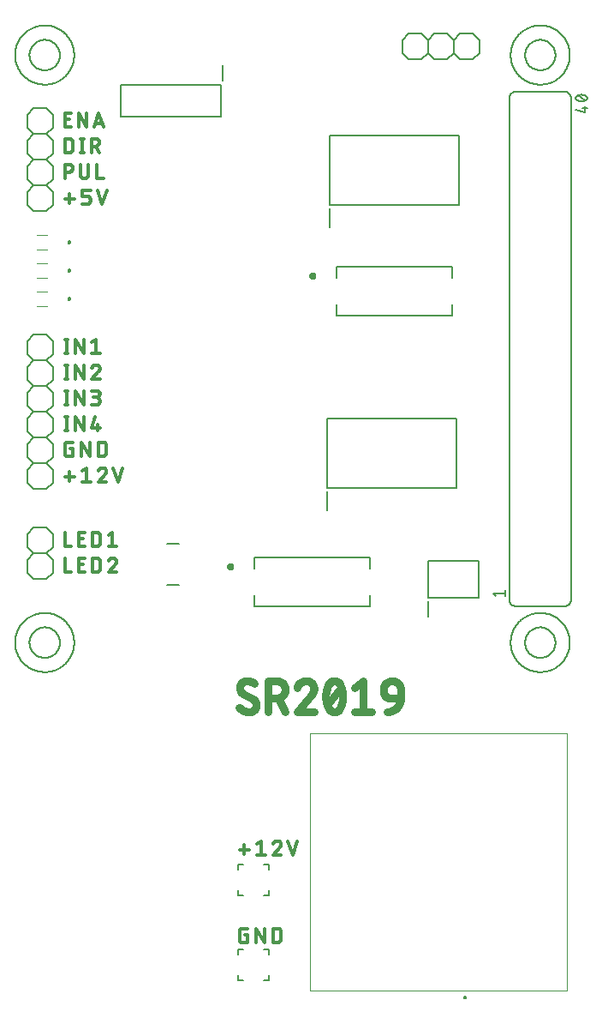
<source format=gbr>
G04 EAGLE Gerber RS-274X export*
G75*
%MOMM*%
%FSLAX34Y34*%
%LPD*%
%INSilkscreen Top*%
%IPPOS*%
%AMOC8*
5,1,8,0,0,1.08239X$1,22.5*%
G01*
%ADD10C,0.355600*%
%ADD11C,0.762000*%
%ADD12C,0.200000*%
%ADD13C,0.152400*%
%ADD14C,0.127000*%
%ADD15C,0.203200*%
%ADD16C,0.400000*%
%ADD17C,0.100000*%
%ADD18C,0.200000*%


D10*
X206220Y918718D02*
X199898Y918718D01*
X199898Y932942D01*
X206220Y932942D01*
X204639Y926620D02*
X199898Y926620D01*
X213391Y932942D02*
X213391Y918718D01*
X221293Y918718D02*
X213391Y932942D01*
X221293Y932942D02*
X221293Y918718D01*
X228753Y918718D02*
X233494Y932942D01*
X238236Y918718D01*
X237050Y922274D02*
X229938Y922274D01*
X199898Y907542D02*
X199898Y893318D01*
X199898Y907542D02*
X203849Y907542D01*
X203973Y907540D01*
X204097Y907534D01*
X204221Y907524D01*
X204344Y907511D01*
X204467Y907493D01*
X204589Y907472D01*
X204711Y907447D01*
X204832Y907418D01*
X204951Y907385D01*
X205070Y907349D01*
X205187Y907308D01*
X205303Y907265D01*
X205418Y907217D01*
X205531Y907166D01*
X205643Y907111D01*
X205752Y907053D01*
X205860Y906992D01*
X205966Y906927D01*
X206070Y906859D01*
X206171Y906787D01*
X206271Y906713D01*
X206367Y906635D01*
X206462Y906555D01*
X206554Y906471D01*
X206643Y906385D01*
X206729Y906296D01*
X206813Y906204D01*
X206893Y906109D01*
X206971Y906013D01*
X207045Y905913D01*
X207117Y905812D01*
X207185Y905708D01*
X207250Y905602D01*
X207311Y905494D01*
X207369Y905385D01*
X207424Y905273D01*
X207475Y905160D01*
X207523Y905045D01*
X207566Y904929D01*
X207607Y904812D01*
X207643Y904693D01*
X207676Y904574D01*
X207705Y904453D01*
X207730Y904331D01*
X207751Y904209D01*
X207769Y904086D01*
X207782Y903963D01*
X207792Y903839D01*
X207798Y903715D01*
X207800Y903591D01*
X207800Y897269D01*
X207798Y897145D01*
X207792Y897021D01*
X207782Y896897D01*
X207769Y896774D01*
X207751Y896651D01*
X207730Y896529D01*
X207705Y896407D01*
X207676Y896286D01*
X207643Y896167D01*
X207607Y896048D01*
X207566Y895931D01*
X207523Y895815D01*
X207475Y895700D01*
X207424Y895587D01*
X207369Y895475D01*
X207311Y895366D01*
X207250Y895258D01*
X207185Y895152D01*
X207117Y895048D01*
X207045Y894947D01*
X206971Y894847D01*
X206893Y894751D01*
X206813Y894656D01*
X206729Y894564D01*
X206643Y894475D01*
X206554Y894389D01*
X206462Y894305D01*
X206367Y894225D01*
X206271Y894147D01*
X206171Y894073D01*
X206070Y894001D01*
X205966Y893933D01*
X205860Y893868D01*
X205752Y893807D01*
X205643Y893749D01*
X205531Y893694D01*
X205418Y893643D01*
X205303Y893595D01*
X205187Y893552D01*
X205070Y893511D01*
X204951Y893475D01*
X204832Y893442D01*
X204711Y893413D01*
X204589Y893388D01*
X204467Y893367D01*
X204344Y893349D01*
X204221Y893336D01*
X204097Y893326D01*
X203973Y893320D01*
X203849Y893318D01*
X199898Y893318D01*
X216875Y893318D02*
X216875Y907542D01*
X215295Y893318D02*
X218456Y893318D01*
X218456Y907542D02*
X215295Y907542D01*
X226116Y907542D02*
X226116Y893318D01*
X226116Y907542D02*
X230067Y907542D01*
X230191Y907540D01*
X230315Y907534D01*
X230439Y907524D01*
X230562Y907511D01*
X230685Y907493D01*
X230807Y907472D01*
X230929Y907447D01*
X231050Y907418D01*
X231169Y907385D01*
X231288Y907349D01*
X231405Y907308D01*
X231521Y907265D01*
X231636Y907217D01*
X231749Y907166D01*
X231861Y907111D01*
X231970Y907053D01*
X232078Y906992D01*
X232184Y906927D01*
X232288Y906859D01*
X232389Y906787D01*
X232489Y906713D01*
X232585Y906635D01*
X232680Y906555D01*
X232772Y906471D01*
X232861Y906385D01*
X232947Y906296D01*
X233031Y906204D01*
X233111Y906109D01*
X233189Y906013D01*
X233263Y905913D01*
X233335Y905812D01*
X233403Y905708D01*
X233468Y905602D01*
X233529Y905494D01*
X233587Y905385D01*
X233642Y905273D01*
X233693Y905160D01*
X233741Y905045D01*
X233784Y904929D01*
X233825Y904812D01*
X233861Y904693D01*
X233894Y904574D01*
X233923Y904453D01*
X233948Y904331D01*
X233969Y904209D01*
X233987Y904086D01*
X234000Y903963D01*
X234010Y903839D01*
X234016Y903715D01*
X234018Y903591D01*
X234016Y903467D01*
X234010Y903343D01*
X234000Y903219D01*
X233987Y903096D01*
X233969Y902973D01*
X233948Y902851D01*
X233923Y902729D01*
X233894Y902608D01*
X233861Y902489D01*
X233825Y902370D01*
X233784Y902253D01*
X233741Y902137D01*
X233693Y902022D01*
X233642Y901909D01*
X233587Y901797D01*
X233529Y901688D01*
X233468Y901580D01*
X233403Y901474D01*
X233335Y901370D01*
X233263Y901269D01*
X233189Y901169D01*
X233111Y901073D01*
X233031Y900978D01*
X232947Y900886D01*
X232861Y900797D01*
X232772Y900711D01*
X232680Y900627D01*
X232585Y900547D01*
X232489Y900469D01*
X232389Y900395D01*
X232288Y900323D01*
X232184Y900255D01*
X232078Y900190D01*
X231970Y900129D01*
X231861Y900071D01*
X231749Y900016D01*
X231636Y899965D01*
X231521Y899917D01*
X231405Y899874D01*
X231288Y899833D01*
X231169Y899797D01*
X231050Y899764D01*
X230929Y899735D01*
X230807Y899710D01*
X230685Y899689D01*
X230562Y899671D01*
X230439Y899658D01*
X230315Y899648D01*
X230191Y899642D01*
X230067Y899640D01*
X226116Y899640D01*
X230857Y899640D02*
X234018Y893318D01*
X199898Y882142D02*
X199898Y867918D01*
X199898Y882142D02*
X203849Y882142D01*
X203973Y882140D01*
X204097Y882134D01*
X204221Y882124D01*
X204344Y882111D01*
X204467Y882093D01*
X204589Y882072D01*
X204711Y882047D01*
X204832Y882018D01*
X204951Y881985D01*
X205070Y881949D01*
X205187Y881908D01*
X205303Y881865D01*
X205418Y881817D01*
X205531Y881766D01*
X205643Y881711D01*
X205752Y881653D01*
X205860Y881592D01*
X205966Y881527D01*
X206070Y881459D01*
X206171Y881387D01*
X206271Y881313D01*
X206367Y881235D01*
X206462Y881155D01*
X206554Y881071D01*
X206643Y880985D01*
X206729Y880896D01*
X206813Y880804D01*
X206893Y880709D01*
X206971Y880613D01*
X207045Y880513D01*
X207117Y880412D01*
X207185Y880308D01*
X207250Y880202D01*
X207311Y880094D01*
X207369Y879985D01*
X207424Y879873D01*
X207475Y879760D01*
X207523Y879645D01*
X207566Y879529D01*
X207607Y879412D01*
X207643Y879293D01*
X207676Y879174D01*
X207705Y879053D01*
X207730Y878931D01*
X207751Y878809D01*
X207769Y878686D01*
X207782Y878563D01*
X207792Y878439D01*
X207798Y878315D01*
X207800Y878191D01*
X207798Y878067D01*
X207792Y877943D01*
X207782Y877819D01*
X207769Y877696D01*
X207751Y877573D01*
X207730Y877451D01*
X207705Y877329D01*
X207676Y877208D01*
X207643Y877089D01*
X207607Y876970D01*
X207566Y876853D01*
X207523Y876737D01*
X207475Y876622D01*
X207424Y876509D01*
X207369Y876397D01*
X207311Y876288D01*
X207250Y876180D01*
X207185Y876074D01*
X207117Y875970D01*
X207045Y875869D01*
X206971Y875769D01*
X206893Y875673D01*
X206813Y875578D01*
X206729Y875486D01*
X206643Y875397D01*
X206554Y875311D01*
X206462Y875227D01*
X206367Y875147D01*
X206271Y875069D01*
X206171Y874995D01*
X206070Y874923D01*
X205966Y874855D01*
X205860Y874790D01*
X205752Y874729D01*
X205643Y874671D01*
X205531Y874616D01*
X205418Y874565D01*
X205303Y874517D01*
X205187Y874474D01*
X205070Y874433D01*
X204951Y874397D01*
X204832Y874364D01*
X204711Y874335D01*
X204589Y874310D01*
X204467Y874289D01*
X204344Y874271D01*
X204221Y874258D01*
X204097Y874248D01*
X203973Y874242D01*
X203849Y874240D01*
X199898Y874240D01*
X215147Y871869D02*
X215147Y882142D01*
X215147Y871869D02*
X215149Y871745D01*
X215155Y871621D01*
X215165Y871497D01*
X215178Y871374D01*
X215196Y871251D01*
X215217Y871129D01*
X215242Y871007D01*
X215271Y870886D01*
X215304Y870767D01*
X215340Y870648D01*
X215381Y870531D01*
X215424Y870415D01*
X215472Y870300D01*
X215523Y870187D01*
X215578Y870075D01*
X215636Y869966D01*
X215697Y869858D01*
X215762Y869752D01*
X215830Y869648D01*
X215902Y869547D01*
X215976Y869447D01*
X216054Y869351D01*
X216134Y869256D01*
X216218Y869164D01*
X216304Y869075D01*
X216393Y868989D01*
X216485Y868905D01*
X216580Y868825D01*
X216676Y868747D01*
X216776Y868673D01*
X216877Y868601D01*
X216981Y868533D01*
X217087Y868468D01*
X217195Y868407D01*
X217304Y868349D01*
X217416Y868294D01*
X217529Y868243D01*
X217644Y868195D01*
X217760Y868152D01*
X217877Y868111D01*
X217996Y868075D01*
X218115Y868042D01*
X218236Y868013D01*
X218358Y867988D01*
X218480Y867967D01*
X218603Y867949D01*
X218726Y867936D01*
X218850Y867926D01*
X218974Y867920D01*
X219098Y867918D01*
X219222Y867920D01*
X219346Y867926D01*
X219470Y867936D01*
X219593Y867949D01*
X219716Y867967D01*
X219838Y867988D01*
X219960Y868013D01*
X220081Y868042D01*
X220200Y868075D01*
X220319Y868111D01*
X220436Y868152D01*
X220552Y868195D01*
X220667Y868243D01*
X220780Y868294D01*
X220892Y868349D01*
X221001Y868407D01*
X221109Y868468D01*
X221215Y868533D01*
X221319Y868601D01*
X221420Y868673D01*
X221520Y868747D01*
X221616Y868825D01*
X221711Y868905D01*
X221803Y868989D01*
X221892Y869075D01*
X221978Y869164D01*
X222062Y869256D01*
X222142Y869351D01*
X222220Y869447D01*
X222294Y869547D01*
X222366Y869648D01*
X222434Y869752D01*
X222499Y869858D01*
X222560Y869966D01*
X222618Y870075D01*
X222673Y870187D01*
X222724Y870300D01*
X222772Y870415D01*
X222815Y870531D01*
X222856Y870648D01*
X222892Y870767D01*
X222925Y870886D01*
X222954Y871007D01*
X222979Y871129D01*
X223000Y871251D01*
X223018Y871374D01*
X223031Y871497D01*
X223041Y871621D01*
X223047Y871745D01*
X223049Y871869D01*
X223049Y882142D01*
X231874Y882142D02*
X231874Y867918D01*
X238196Y867918D01*
X209381Y848050D02*
X199898Y848050D01*
X204639Y852791D02*
X204639Y843308D01*
X217362Y842518D02*
X222103Y842518D01*
X222213Y842520D01*
X222324Y842526D01*
X222433Y842535D01*
X222543Y842549D01*
X222652Y842566D01*
X222760Y842587D01*
X222868Y842612D01*
X222974Y842640D01*
X223080Y842673D01*
X223184Y842709D01*
X223287Y842748D01*
X223389Y842791D01*
X223489Y842838D01*
X223587Y842888D01*
X223683Y842941D01*
X223778Y842998D01*
X223871Y843058D01*
X223961Y843122D01*
X224049Y843188D01*
X224135Y843258D01*
X224218Y843330D01*
X224299Y843405D01*
X224377Y843483D01*
X224452Y843564D01*
X224524Y843647D01*
X224594Y843733D01*
X224660Y843821D01*
X224724Y843911D01*
X224784Y844004D01*
X224841Y844099D01*
X224894Y844195D01*
X224944Y844293D01*
X224991Y844393D01*
X225034Y844495D01*
X225073Y844598D01*
X225109Y844702D01*
X225142Y844808D01*
X225170Y844914D01*
X225195Y845022D01*
X225216Y845130D01*
X225233Y845239D01*
X225247Y845349D01*
X225256Y845458D01*
X225262Y845569D01*
X225264Y845679D01*
X225264Y847259D01*
X225262Y847369D01*
X225256Y847480D01*
X225247Y847589D01*
X225233Y847699D01*
X225216Y847808D01*
X225195Y847916D01*
X225170Y848024D01*
X225142Y848130D01*
X225109Y848236D01*
X225073Y848340D01*
X225034Y848443D01*
X224991Y848545D01*
X224944Y848645D01*
X224894Y848743D01*
X224841Y848840D01*
X224784Y848934D01*
X224724Y849027D01*
X224660Y849117D01*
X224594Y849205D01*
X224524Y849291D01*
X224452Y849374D01*
X224377Y849455D01*
X224299Y849533D01*
X224218Y849608D01*
X224135Y849680D01*
X224049Y849750D01*
X223961Y849816D01*
X223871Y849880D01*
X223778Y849940D01*
X223684Y849997D01*
X223587Y850050D01*
X223489Y850100D01*
X223389Y850147D01*
X223287Y850190D01*
X223184Y850229D01*
X223080Y850265D01*
X222974Y850298D01*
X222868Y850326D01*
X222760Y850351D01*
X222652Y850372D01*
X222543Y850389D01*
X222433Y850403D01*
X222324Y850412D01*
X222213Y850418D01*
X222103Y850420D01*
X217362Y850420D01*
X217362Y856742D01*
X225264Y856742D01*
X232203Y856742D02*
X236944Y842518D01*
X241685Y856742D01*
X207800Y601500D02*
X205430Y601500D01*
X207800Y601500D02*
X207800Y593598D01*
X203059Y593598D01*
X202949Y593600D01*
X202838Y593606D01*
X202729Y593615D01*
X202619Y593629D01*
X202510Y593646D01*
X202402Y593667D01*
X202294Y593692D01*
X202188Y593720D01*
X202082Y593753D01*
X201978Y593789D01*
X201875Y593828D01*
X201773Y593871D01*
X201673Y593918D01*
X201575Y593968D01*
X201479Y594021D01*
X201384Y594078D01*
X201291Y594138D01*
X201201Y594202D01*
X201113Y594268D01*
X201027Y594338D01*
X200944Y594410D01*
X200863Y594485D01*
X200785Y594563D01*
X200710Y594644D01*
X200638Y594727D01*
X200568Y594813D01*
X200502Y594901D01*
X200438Y594991D01*
X200378Y595084D01*
X200321Y595179D01*
X200268Y595275D01*
X200218Y595373D01*
X200171Y595473D01*
X200128Y595575D01*
X200089Y595678D01*
X200053Y595782D01*
X200020Y595888D01*
X199992Y595994D01*
X199967Y596102D01*
X199946Y596210D01*
X199929Y596319D01*
X199915Y596429D01*
X199906Y596538D01*
X199900Y596649D01*
X199898Y596759D01*
X199898Y604661D01*
X199900Y604771D01*
X199906Y604881D01*
X199915Y604991D01*
X199929Y605101D01*
X199946Y605210D01*
X199967Y605318D01*
X199992Y605426D01*
X200020Y605532D01*
X200053Y605638D01*
X200089Y605742D01*
X200128Y605845D01*
X200171Y605947D01*
X200218Y606047D01*
X200268Y606145D01*
X200321Y606241D01*
X200378Y606336D01*
X200438Y606429D01*
X200502Y606519D01*
X200568Y606607D01*
X200638Y606693D01*
X200710Y606776D01*
X200785Y606857D01*
X200863Y606935D01*
X200944Y607010D01*
X201027Y607082D01*
X201113Y607152D01*
X201201Y607218D01*
X201291Y607282D01*
X201384Y607342D01*
X201478Y607398D01*
X201575Y607452D01*
X201673Y607502D01*
X201773Y607549D01*
X201875Y607592D01*
X201978Y607631D01*
X202082Y607667D01*
X202188Y607700D01*
X202294Y607728D01*
X202402Y607753D01*
X202510Y607774D01*
X202619Y607791D01*
X202729Y607805D01*
X202838Y607814D01*
X202949Y607820D01*
X203059Y607822D01*
X207800Y607822D01*
X216571Y607822D02*
X216571Y593598D01*
X224474Y593598D02*
X216571Y607822D01*
X224474Y607822D02*
X224474Y593598D01*
X233245Y593598D02*
X233245Y607822D01*
X237196Y607822D01*
X237320Y607820D01*
X237444Y607814D01*
X237568Y607804D01*
X237691Y607791D01*
X237814Y607773D01*
X237936Y607752D01*
X238058Y607727D01*
X238179Y607698D01*
X238298Y607665D01*
X238417Y607629D01*
X238534Y607588D01*
X238650Y607545D01*
X238765Y607497D01*
X238878Y607446D01*
X238990Y607391D01*
X239099Y607333D01*
X239207Y607272D01*
X239313Y607207D01*
X239417Y607139D01*
X239518Y607067D01*
X239618Y606993D01*
X239714Y606915D01*
X239809Y606835D01*
X239901Y606751D01*
X239990Y606665D01*
X240076Y606576D01*
X240160Y606484D01*
X240240Y606389D01*
X240318Y606293D01*
X240392Y606193D01*
X240464Y606092D01*
X240532Y605988D01*
X240597Y605882D01*
X240658Y605774D01*
X240716Y605665D01*
X240771Y605553D01*
X240822Y605440D01*
X240870Y605325D01*
X240913Y605209D01*
X240954Y605092D01*
X240990Y604973D01*
X241023Y604854D01*
X241052Y604733D01*
X241077Y604611D01*
X241098Y604489D01*
X241116Y604366D01*
X241129Y604243D01*
X241139Y604119D01*
X241145Y603995D01*
X241147Y603871D01*
X241147Y597549D01*
X241145Y597425D01*
X241139Y597301D01*
X241129Y597177D01*
X241116Y597054D01*
X241098Y596931D01*
X241077Y596809D01*
X241052Y596687D01*
X241023Y596566D01*
X240990Y596447D01*
X240954Y596328D01*
X240913Y596211D01*
X240870Y596095D01*
X240822Y595980D01*
X240771Y595867D01*
X240716Y595755D01*
X240658Y595646D01*
X240597Y595538D01*
X240532Y595432D01*
X240464Y595328D01*
X240392Y595227D01*
X240318Y595127D01*
X240240Y595031D01*
X240160Y594936D01*
X240076Y594844D01*
X239990Y594755D01*
X239901Y594669D01*
X239809Y594585D01*
X239714Y594505D01*
X239618Y594427D01*
X239518Y594353D01*
X239417Y594281D01*
X239313Y594213D01*
X239207Y594148D01*
X239099Y594087D01*
X238990Y594029D01*
X238878Y593974D01*
X238765Y593923D01*
X238650Y593875D01*
X238534Y593832D01*
X238417Y593791D01*
X238298Y593755D01*
X238179Y593722D01*
X238058Y593693D01*
X237936Y593668D01*
X237814Y593647D01*
X237691Y593629D01*
X237568Y593616D01*
X237444Y593606D01*
X237320Y593600D01*
X237196Y593598D01*
X233245Y593598D01*
X209381Y573730D02*
X199898Y573730D01*
X204639Y578471D02*
X204639Y568988D01*
X217362Y579261D02*
X221313Y582422D01*
X221313Y568198D01*
X217362Y568198D02*
X225264Y568198D01*
X237339Y582422D02*
X237455Y582420D01*
X237572Y582414D01*
X237688Y582405D01*
X237803Y582392D01*
X237918Y582375D01*
X238033Y582354D01*
X238146Y582329D01*
X238259Y582301D01*
X238371Y582269D01*
X238482Y582233D01*
X238592Y582194D01*
X238700Y582151D01*
X238807Y582105D01*
X238912Y582055D01*
X239015Y582002D01*
X239117Y581946D01*
X239217Y581886D01*
X239315Y581823D01*
X239410Y581756D01*
X239504Y581687D01*
X239595Y581615D01*
X239684Y581540D01*
X239770Y581461D01*
X239853Y581380D01*
X239934Y581297D01*
X240013Y581211D01*
X240088Y581122D01*
X240160Y581031D01*
X240229Y580937D01*
X240296Y580842D01*
X240359Y580744D01*
X240419Y580644D01*
X240475Y580542D01*
X240528Y580439D01*
X240578Y580334D01*
X240624Y580227D01*
X240667Y580119D01*
X240706Y580009D01*
X240742Y579898D01*
X240774Y579786D01*
X240802Y579673D01*
X240827Y579560D01*
X240848Y579445D01*
X240865Y579330D01*
X240878Y579215D01*
X240887Y579099D01*
X240893Y578982D01*
X240895Y578866D01*
X237339Y582423D02*
X237205Y582421D01*
X237072Y582415D01*
X236939Y582405D01*
X236806Y582392D01*
X236673Y582374D01*
X236541Y582353D01*
X236410Y582328D01*
X236280Y582299D01*
X236150Y582266D01*
X236022Y582229D01*
X235894Y582189D01*
X235768Y582144D01*
X235643Y582097D01*
X235520Y582045D01*
X235398Y581990D01*
X235278Y581932D01*
X235160Y581870D01*
X235043Y581804D01*
X234929Y581736D01*
X234816Y581663D01*
X234706Y581588D01*
X234598Y581509D01*
X234492Y581428D01*
X234389Y581343D01*
X234288Y581255D01*
X234190Y581165D01*
X234095Y581071D01*
X234002Y580975D01*
X233912Y580876D01*
X233825Y580774D01*
X233741Y580670D01*
X233660Y580564D01*
X233583Y580455D01*
X233508Y580344D01*
X233437Y580231D01*
X233369Y580116D01*
X233305Y579999D01*
X233244Y579880D01*
X233186Y579759D01*
X233132Y579637D01*
X233082Y579513D01*
X233035Y579388D01*
X232992Y579262D01*
X239710Y576101D02*
X239795Y576184D01*
X239877Y576270D01*
X239956Y576358D01*
X240033Y576449D01*
X240107Y576542D01*
X240178Y576638D01*
X240246Y576736D01*
X240310Y576835D01*
X240372Y576937D01*
X240431Y577041D01*
X240486Y577146D01*
X240538Y577253D01*
X240586Y577362D01*
X240631Y577472D01*
X240673Y577583D01*
X240711Y577696D01*
X240746Y577809D01*
X240777Y577924D01*
X240805Y578040D01*
X240829Y578156D01*
X240849Y578274D01*
X240865Y578391D01*
X240878Y578510D01*
X240888Y578628D01*
X240893Y578747D01*
X240895Y578866D01*
X239710Y576100D02*
X232993Y568198D01*
X240895Y568198D01*
X252575Y568198D02*
X247834Y582422D01*
X257316Y582422D02*
X252575Y568198D01*
X201478Y618998D02*
X201478Y633222D01*
X199898Y618998D02*
X203059Y618998D01*
X203059Y633222D02*
X199898Y633222D01*
X210553Y633222D02*
X210553Y618998D01*
X218456Y618998D02*
X210553Y633222D01*
X218456Y633222D02*
X218456Y618998D01*
X226706Y622159D02*
X229867Y633222D01*
X226706Y622159D02*
X234608Y622159D01*
X232237Y625320D02*
X232237Y618998D01*
X201478Y644398D02*
X201478Y658622D01*
X199898Y644398D02*
X203059Y644398D01*
X203059Y658622D02*
X199898Y658622D01*
X210553Y658622D02*
X210553Y644398D01*
X218456Y644398D02*
X210553Y658622D01*
X218456Y658622D02*
X218456Y644398D01*
X226706Y644398D02*
X230657Y644398D01*
X230781Y644400D01*
X230905Y644406D01*
X231029Y644416D01*
X231152Y644429D01*
X231275Y644447D01*
X231397Y644468D01*
X231519Y644493D01*
X231640Y644522D01*
X231759Y644555D01*
X231878Y644591D01*
X231995Y644632D01*
X232111Y644675D01*
X232226Y644723D01*
X232339Y644774D01*
X232451Y644829D01*
X232560Y644887D01*
X232668Y644948D01*
X232774Y645013D01*
X232878Y645081D01*
X232979Y645153D01*
X233079Y645227D01*
X233175Y645305D01*
X233270Y645385D01*
X233362Y645469D01*
X233451Y645555D01*
X233537Y645644D01*
X233621Y645736D01*
X233701Y645831D01*
X233779Y645927D01*
X233853Y646027D01*
X233925Y646128D01*
X233993Y646232D01*
X234058Y646338D01*
X234119Y646446D01*
X234177Y646555D01*
X234232Y646667D01*
X234283Y646780D01*
X234331Y646895D01*
X234374Y647011D01*
X234415Y647128D01*
X234451Y647247D01*
X234484Y647366D01*
X234513Y647487D01*
X234538Y647609D01*
X234559Y647731D01*
X234577Y647854D01*
X234590Y647977D01*
X234600Y648101D01*
X234606Y648225D01*
X234608Y648349D01*
X234606Y648473D01*
X234600Y648597D01*
X234590Y648721D01*
X234577Y648844D01*
X234559Y648967D01*
X234538Y649089D01*
X234513Y649211D01*
X234484Y649332D01*
X234451Y649451D01*
X234415Y649570D01*
X234374Y649687D01*
X234331Y649803D01*
X234283Y649918D01*
X234232Y650031D01*
X234177Y650143D01*
X234119Y650252D01*
X234058Y650360D01*
X233993Y650466D01*
X233925Y650570D01*
X233853Y650671D01*
X233779Y650771D01*
X233701Y650867D01*
X233621Y650962D01*
X233537Y651054D01*
X233451Y651143D01*
X233362Y651229D01*
X233270Y651313D01*
X233175Y651393D01*
X233079Y651471D01*
X232979Y651545D01*
X232878Y651617D01*
X232774Y651685D01*
X232668Y651750D01*
X232560Y651811D01*
X232451Y651869D01*
X232339Y651924D01*
X232226Y651975D01*
X232111Y652023D01*
X231995Y652066D01*
X231878Y652107D01*
X231759Y652143D01*
X231640Y652176D01*
X231519Y652205D01*
X231397Y652230D01*
X231275Y652251D01*
X231152Y652269D01*
X231029Y652282D01*
X230905Y652292D01*
X230781Y652298D01*
X230657Y652300D01*
X231447Y658622D02*
X226706Y658622D01*
X231447Y658622D02*
X231559Y658620D01*
X231670Y658614D01*
X231781Y658604D01*
X231892Y658591D01*
X232002Y658573D01*
X232111Y658551D01*
X232220Y658526D01*
X232328Y658497D01*
X232434Y658464D01*
X232540Y658427D01*
X232644Y658387D01*
X232746Y658343D01*
X232847Y658295D01*
X232946Y658244D01*
X233044Y658189D01*
X233139Y658131D01*
X233232Y658070D01*
X233323Y658005D01*
X233412Y657937D01*
X233498Y657866D01*
X233581Y657793D01*
X233662Y657716D01*
X233741Y657636D01*
X233816Y657554D01*
X233888Y657469D01*
X233958Y657382D01*
X234024Y657292D01*
X234087Y657200D01*
X234147Y657105D01*
X234203Y657009D01*
X234256Y656911D01*
X234305Y656811D01*
X234351Y656709D01*
X234393Y656606D01*
X234432Y656501D01*
X234467Y656395D01*
X234498Y656288D01*
X234525Y656180D01*
X234549Y656071D01*
X234568Y655961D01*
X234584Y655851D01*
X234596Y655740D01*
X234604Y655628D01*
X234608Y655517D01*
X234608Y655405D01*
X234604Y655294D01*
X234596Y655182D01*
X234584Y655071D01*
X234568Y654961D01*
X234549Y654851D01*
X234525Y654742D01*
X234498Y654634D01*
X234467Y654527D01*
X234432Y654421D01*
X234393Y654316D01*
X234351Y654213D01*
X234305Y654111D01*
X234256Y654011D01*
X234203Y653913D01*
X234147Y653817D01*
X234087Y653722D01*
X234024Y653630D01*
X233958Y653540D01*
X233888Y653453D01*
X233816Y653368D01*
X233741Y653286D01*
X233662Y653206D01*
X233581Y653129D01*
X233498Y653056D01*
X233412Y652985D01*
X233323Y652917D01*
X233232Y652852D01*
X233139Y652791D01*
X233044Y652733D01*
X232946Y652678D01*
X232847Y652627D01*
X232746Y652579D01*
X232644Y652535D01*
X232540Y652495D01*
X232434Y652458D01*
X232328Y652425D01*
X232220Y652396D01*
X232111Y652371D01*
X232002Y652349D01*
X231892Y652331D01*
X231781Y652318D01*
X231670Y652308D01*
X231559Y652302D01*
X231447Y652300D01*
X228286Y652300D01*
X201478Y669798D02*
X201478Y684022D01*
X199898Y669798D02*
X203059Y669798D01*
X203059Y684022D02*
X199898Y684022D01*
X210553Y684022D02*
X210553Y669798D01*
X218456Y669798D02*
X210553Y684022D01*
X218456Y684022D02*
X218456Y669798D01*
X231052Y684022D02*
X231168Y684020D01*
X231285Y684014D01*
X231401Y684005D01*
X231516Y683992D01*
X231631Y683975D01*
X231746Y683954D01*
X231859Y683929D01*
X231972Y683901D01*
X232084Y683869D01*
X232195Y683833D01*
X232305Y683794D01*
X232413Y683751D01*
X232520Y683705D01*
X232625Y683655D01*
X232728Y683602D01*
X232830Y683546D01*
X232930Y683486D01*
X233028Y683423D01*
X233123Y683356D01*
X233217Y683287D01*
X233308Y683215D01*
X233397Y683140D01*
X233483Y683061D01*
X233566Y682980D01*
X233647Y682897D01*
X233726Y682811D01*
X233801Y682722D01*
X233873Y682631D01*
X233942Y682537D01*
X234009Y682442D01*
X234072Y682344D01*
X234132Y682244D01*
X234188Y682142D01*
X234241Y682039D01*
X234291Y681934D01*
X234337Y681827D01*
X234380Y681719D01*
X234419Y681609D01*
X234455Y681498D01*
X234487Y681386D01*
X234515Y681273D01*
X234540Y681160D01*
X234561Y681045D01*
X234578Y680930D01*
X234591Y680815D01*
X234600Y680699D01*
X234606Y680582D01*
X234608Y680466D01*
X231052Y684023D02*
X230918Y684021D01*
X230785Y684015D01*
X230652Y684005D01*
X230519Y683992D01*
X230386Y683974D01*
X230254Y683953D01*
X230123Y683928D01*
X229993Y683899D01*
X229863Y683866D01*
X229735Y683829D01*
X229607Y683789D01*
X229481Y683744D01*
X229356Y683697D01*
X229233Y683645D01*
X229111Y683590D01*
X228991Y683532D01*
X228873Y683470D01*
X228756Y683404D01*
X228642Y683336D01*
X228529Y683263D01*
X228419Y683188D01*
X228311Y683109D01*
X228205Y683028D01*
X228102Y682943D01*
X228001Y682855D01*
X227903Y682765D01*
X227808Y682671D01*
X227715Y682575D01*
X227625Y682476D01*
X227538Y682374D01*
X227454Y682270D01*
X227373Y682164D01*
X227296Y682055D01*
X227221Y681944D01*
X227150Y681831D01*
X227082Y681716D01*
X227018Y681599D01*
X226957Y681480D01*
X226899Y681359D01*
X226845Y681237D01*
X226795Y681113D01*
X226748Y680988D01*
X226705Y680862D01*
X233422Y677701D02*
X233507Y677784D01*
X233589Y677870D01*
X233668Y677958D01*
X233745Y678049D01*
X233819Y678142D01*
X233890Y678238D01*
X233958Y678336D01*
X234022Y678435D01*
X234084Y678537D01*
X234143Y678641D01*
X234198Y678746D01*
X234250Y678853D01*
X234298Y678962D01*
X234343Y679072D01*
X234385Y679183D01*
X234423Y679296D01*
X234458Y679409D01*
X234489Y679524D01*
X234517Y679640D01*
X234541Y679756D01*
X234561Y679874D01*
X234577Y679991D01*
X234590Y680110D01*
X234600Y680228D01*
X234605Y680347D01*
X234607Y680466D01*
X233423Y677700D02*
X226706Y669798D01*
X234608Y669798D01*
X201478Y695198D02*
X201478Y709422D01*
X199898Y695198D02*
X203059Y695198D01*
X203059Y709422D02*
X199898Y709422D01*
X210553Y709422D02*
X210553Y695198D01*
X218456Y695198D02*
X210553Y709422D01*
X218456Y709422D02*
X218456Y695198D01*
X226706Y706261D02*
X230657Y709422D01*
X230657Y695198D01*
X226706Y695198D02*
X234608Y695198D01*
X199898Y493522D02*
X199898Y479298D01*
X206220Y479298D01*
X213445Y479298D02*
X219767Y479298D01*
X213445Y479298D02*
X213445Y493522D01*
X219767Y493522D01*
X218186Y487200D02*
X213445Y487200D01*
X226938Y493522D02*
X226938Y479298D01*
X226938Y493522D02*
X230889Y493522D01*
X231013Y493520D01*
X231137Y493514D01*
X231261Y493504D01*
X231384Y493491D01*
X231507Y493473D01*
X231629Y493452D01*
X231751Y493427D01*
X231872Y493398D01*
X231991Y493365D01*
X232110Y493329D01*
X232227Y493288D01*
X232343Y493245D01*
X232458Y493197D01*
X232571Y493146D01*
X232683Y493091D01*
X232792Y493033D01*
X232900Y492972D01*
X233006Y492907D01*
X233110Y492839D01*
X233211Y492767D01*
X233311Y492693D01*
X233407Y492615D01*
X233502Y492535D01*
X233594Y492451D01*
X233683Y492365D01*
X233769Y492276D01*
X233853Y492184D01*
X233933Y492089D01*
X234011Y491993D01*
X234085Y491893D01*
X234157Y491792D01*
X234225Y491688D01*
X234290Y491582D01*
X234351Y491474D01*
X234409Y491365D01*
X234464Y491253D01*
X234515Y491140D01*
X234563Y491025D01*
X234606Y490909D01*
X234647Y490792D01*
X234683Y490673D01*
X234716Y490554D01*
X234745Y490433D01*
X234770Y490311D01*
X234791Y490189D01*
X234809Y490066D01*
X234822Y489943D01*
X234832Y489819D01*
X234838Y489695D01*
X234840Y489571D01*
X234840Y483249D01*
X234838Y483125D01*
X234832Y483001D01*
X234822Y482877D01*
X234809Y482754D01*
X234791Y482631D01*
X234770Y482509D01*
X234745Y482387D01*
X234716Y482266D01*
X234683Y482147D01*
X234647Y482028D01*
X234606Y481911D01*
X234563Y481795D01*
X234515Y481680D01*
X234464Y481567D01*
X234409Y481455D01*
X234351Y481346D01*
X234290Y481238D01*
X234225Y481132D01*
X234157Y481028D01*
X234085Y480927D01*
X234011Y480827D01*
X233933Y480731D01*
X233853Y480636D01*
X233769Y480544D01*
X233683Y480455D01*
X233594Y480369D01*
X233502Y480285D01*
X233407Y480205D01*
X233311Y480127D01*
X233211Y480053D01*
X233110Y479981D01*
X233006Y479913D01*
X232900Y479848D01*
X232792Y479787D01*
X232683Y479729D01*
X232571Y479674D01*
X232458Y479623D01*
X232343Y479575D01*
X232227Y479532D01*
X232110Y479491D01*
X231991Y479455D01*
X231872Y479422D01*
X231751Y479393D01*
X231629Y479368D01*
X231507Y479347D01*
X231384Y479329D01*
X231261Y479316D01*
X231137Y479306D01*
X231013Y479300D01*
X230889Y479298D01*
X226938Y479298D01*
X247437Y493522D02*
X247553Y493520D01*
X247670Y493514D01*
X247786Y493505D01*
X247901Y493492D01*
X248016Y493475D01*
X248131Y493454D01*
X248244Y493429D01*
X248357Y493401D01*
X248469Y493369D01*
X248580Y493333D01*
X248690Y493294D01*
X248798Y493251D01*
X248905Y493205D01*
X249010Y493155D01*
X249113Y493102D01*
X249215Y493046D01*
X249315Y492986D01*
X249413Y492923D01*
X249508Y492856D01*
X249602Y492787D01*
X249693Y492715D01*
X249782Y492640D01*
X249868Y492561D01*
X249951Y492480D01*
X250032Y492397D01*
X250111Y492311D01*
X250186Y492222D01*
X250258Y492131D01*
X250327Y492037D01*
X250394Y491942D01*
X250457Y491844D01*
X250517Y491744D01*
X250573Y491642D01*
X250626Y491539D01*
X250676Y491434D01*
X250722Y491327D01*
X250765Y491219D01*
X250804Y491109D01*
X250840Y490998D01*
X250872Y490886D01*
X250900Y490773D01*
X250925Y490660D01*
X250946Y490545D01*
X250963Y490430D01*
X250976Y490315D01*
X250985Y490199D01*
X250991Y490082D01*
X250993Y489966D01*
X247437Y493523D02*
X247303Y493521D01*
X247170Y493515D01*
X247037Y493505D01*
X246904Y493492D01*
X246771Y493474D01*
X246639Y493453D01*
X246508Y493428D01*
X246378Y493399D01*
X246248Y493366D01*
X246120Y493329D01*
X245992Y493289D01*
X245866Y493244D01*
X245741Y493197D01*
X245618Y493145D01*
X245496Y493090D01*
X245376Y493032D01*
X245258Y492970D01*
X245141Y492904D01*
X245027Y492836D01*
X244914Y492763D01*
X244804Y492688D01*
X244696Y492609D01*
X244590Y492528D01*
X244487Y492443D01*
X244386Y492355D01*
X244288Y492265D01*
X244193Y492171D01*
X244100Y492075D01*
X244010Y491976D01*
X243923Y491874D01*
X243839Y491770D01*
X243758Y491664D01*
X243681Y491555D01*
X243606Y491444D01*
X243535Y491331D01*
X243467Y491216D01*
X243403Y491099D01*
X243342Y490980D01*
X243284Y490859D01*
X243230Y490737D01*
X243180Y490613D01*
X243133Y490488D01*
X243090Y490362D01*
X249807Y487201D02*
X249892Y487284D01*
X249974Y487370D01*
X250053Y487458D01*
X250130Y487549D01*
X250204Y487642D01*
X250275Y487738D01*
X250343Y487836D01*
X250407Y487935D01*
X250469Y488037D01*
X250528Y488141D01*
X250583Y488246D01*
X250635Y488353D01*
X250683Y488462D01*
X250728Y488572D01*
X250770Y488683D01*
X250808Y488796D01*
X250843Y488909D01*
X250874Y489024D01*
X250902Y489140D01*
X250926Y489256D01*
X250946Y489374D01*
X250962Y489491D01*
X250975Y489610D01*
X250985Y489728D01*
X250990Y489847D01*
X250992Y489966D01*
X249807Y487200D02*
X243090Y479298D01*
X250993Y479298D01*
X199898Y504698D02*
X199898Y518922D01*
X199898Y504698D02*
X206220Y504698D01*
X213445Y504698D02*
X219767Y504698D01*
X213445Y504698D02*
X213445Y518922D01*
X219767Y518922D01*
X218186Y512600D02*
X213445Y512600D01*
X226938Y518922D02*
X226938Y504698D01*
X226938Y518922D02*
X230889Y518922D01*
X231013Y518920D01*
X231137Y518914D01*
X231261Y518904D01*
X231384Y518891D01*
X231507Y518873D01*
X231629Y518852D01*
X231751Y518827D01*
X231872Y518798D01*
X231991Y518765D01*
X232110Y518729D01*
X232227Y518688D01*
X232343Y518645D01*
X232458Y518597D01*
X232571Y518546D01*
X232683Y518491D01*
X232792Y518433D01*
X232900Y518372D01*
X233006Y518307D01*
X233110Y518239D01*
X233211Y518167D01*
X233311Y518093D01*
X233407Y518015D01*
X233502Y517935D01*
X233594Y517851D01*
X233683Y517765D01*
X233769Y517676D01*
X233853Y517584D01*
X233933Y517489D01*
X234011Y517393D01*
X234085Y517293D01*
X234157Y517192D01*
X234225Y517088D01*
X234290Y516982D01*
X234351Y516874D01*
X234409Y516765D01*
X234464Y516653D01*
X234515Y516540D01*
X234563Y516425D01*
X234606Y516309D01*
X234647Y516192D01*
X234683Y516073D01*
X234716Y515954D01*
X234745Y515833D01*
X234770Y515711D01*
X234791Y515589D01*
X234809Y515466D01*
X234822Y515343D01*
X234832Y515219D01*
X234838Y515095D01*
X234840Y514971D01*
X234840Y508649D01*
X234838Y508525D01*
X234832Y508401D01*
X234822Y508277D01*
X234809Y508154D01*
X234791Y508031D01*
X234770Y507909D01*
X234745Y507787D01*
X234716Y507666D01*
X234683Y507547D01*
X234647Y507428D01*
X234606Y507311D01*
X234563Y507195D01*
X234515Y507080D01*
X234464Y506967D01*
X234409Y506855D01*
X234351Y506746D01*
X234290Y506638D01*
X234225Y506532D01*
X234157Y506428D01*
X234085Y506327D01*
X234011Y506227D01*
X233933Y506131D01*
X233853Y506036D01*
X233769Y505944D01*
X233683Y505855D01*
X233594Y505769D01*
X233502Y505685D01*
X233407Y505605D01*
X233311Y505527D01*
X233211Y505453D01*
X233110Y505381D01*
X233006Y505313D01*
X232900Y505248D01*
X232792Y505187D01*
X232683Y505129D01*
X232571Y505074D01*
X232458Y505023D01*
X232343Y504975D01*
X232227Y504932D01*
X232110Y504891D01*
X231991Y504855D01*
X231872Y504822D01*
X231751Y504793D01*
X231629Y504768D01*
X231507Y504747D01*
X231384Y504729D01*
X231261Y504716D01*
X231137Y504706D01*
X231013Y504700D01*
X230889Y504698D01*
X226938Y504698D01*
X243090Y515761D02*
X247042Y518922D01*
X247042Y504698D01*
X250993Y504698D02*
X243090Y504698D01*
X378150Y121440D02*
X380520Y121440D01*
X380520Y113538D01*
X375779Y113538D01*
X375669Y113540D01*
X375558Y113546D01*
X375449Y113555D01*
X375339Y113569D01*
X375230Y113586D01*
X375122Y113607D01*
X375014Y113632D01*
X374908Y113660D01*
X374802Y113693D01*
X374698Y113729D01*
X374595Y113768D01*
X374493Y113811D01*
X374393Y113858D01*
X374295Y113908D01*
X374199Y113961D01*
X374104Y114018D01*
X374011Y114078D01*
X373921Y114142D01*
X373833Y114208D01*
X373747Y114278D01*
X373664Y114350D01*
X373583Y114425D01*
X373505Y114503D01*
X373430Y114584D01*
X373358Y114667D01*
X373288Y114753D01*
X373222Y114841D01*
X373158Y114931D01*
X373098Y115024D01*
X373041Y115119D01*
X372988Y115215D01*
X372938Y115313D01*
X372891Y115413D01*
X372848Y115515D01*
X372809Y115618D01*
X372773Y115722D01*
X372740Y115828D01*
X372712Y115934D01*
X372687Y116042D01*
X372666Y116150D01*
X372649Y116259D01*
X372635Y116369D01*
X372626Y116478D01*
X372620Y116589D01*
X372618Y116699D01*
X372618Y124601D01*
X372620Y124711D01*
X372626Y124821D01*
X372635Y124931D01*
X372649Y125041D01*
X372666Y125150D01*
X372687Y125258D01*
X372712Y125366D01*
X372740Y125472D01*
X372773Y125578D01*
X372809Y125682D01*
X372848Y125785D01*
X372891Y125887D01*
X372938Y125987D01*
X372988Y126085D01*
X373041Y126181D01*
X373098Y126276D01*
X373158Y126369D01*
X373222Y126459D01*
X373288Y126547D01*
X373358Y126633D01*
X373430Y126716D01*
X373505Y126797D01*
X373583Y126875D01*
X373664Y126950D01*
X373747Y127022D01*
X373833Y127092D01*
X373921Y127158D01*
X374011Y127222D01*
X374104Y127282D01*
X374198Y127338D01*
X374295Y127392D01*
X374393Y127442D01*
X374493Y127489D01*
X374595Y127532D01*
X374698Y127571D01*
X374802Y127607D01*
X374908Y127640D01*
X375014Y127668D01*
X375122Y127693D01*
X375230Y127714D01*
X375339Y127731D01*
X375449Y127745D01*
X375558Y127754D01*
X375669Y127760D01*
X375779Y127762D01*
X380520Y127762D01*
X389291Y127762D02*
X389291Y113538D01*
X397194Y113538D02*
X389291Y127762D01*
X397194Y127762D02*
X397194Y113538D01*
X405965Y113538D02*
X405965Y127762D01*
X409916Y127762D01*
X410040Y127760D01*
X410164Y127754D01*
X410288Y127744D01*
X410411Y127731D01*
X410534Y127713D01*
X410656Y127692D01*
X410778Y127667D01*
X410899Y127638D01*
X411018Y127605D01*
X411137Y127569D01*
X411254Y127528D01*
X411370Y127485D01*
X411485Y127437D01*
X411598Y127386D01*
X411710Y127331D01*
X411819Y127273D01*
X411927Y127212D01*
X412033Y127147D01*
X412137Y127079D01*
X412238Y127007D01*
X412338Y126933D01*
X412434Y126855D01*
X412529Y126775D01*
X412621Y126691D01*
X412710Y126605D01*
X412796Y126516D01*
X412880Y126424D01*
X412960Y126329D01*
X413038Y126233D01*
X413112Y126133D01*
X413184Y126032D01*
X413252Y125928D01*
X413317Y125822D01*
X413378Y125714D01*
X413436Y125605D01*
X413491Y125493D01*
X413542Y125380D01*
X413590Y125265D01*
X413633Y125149D01*
X413674Y125032D01*
X413710Y124913D01*
X413743Y124794D01*
X413772Y124673D01*
X413797Y124551D01*
X413818Y124429D01*
X413836Y124306D01*
X413849Y124183D01*
X413859Y124059D01*
X413865Y123935D01*
X413867Y123811D01*
X413867Y117489D01*
X413865Y117365D01*
X413859Y117241D01*
X413849Y117117D01*
X413836Y116994D01*
X413818Y116871D01*
X413797Y116749D01*
X413772Y116627D01*
X413743Y116506D01*
X413710Y116387D01*
X413674Y116268D01*
X413633Y116151D01*
X413590Y116035D01*
X413542Y115920D01*
X413491Y115807D01*
X413436Y115695D01*
X413378Y115586D01*
X413317Y115478D01*
X413252Y115372D01*
X413184Y115268D01*
X413112Y115167D01*
X413038Y115067D01*
X412960Y114971D01*
X412880Y114876D01*
X412796Y114784D01*
X412710Y114695D01*
X412621Y114609D01*
X412529Y114525D01*
X412434Y114445D01*
X412338Y114367D01*
X412238Y114293D01*
X412137Y114221D01*
X412033Y114153D01*
X411927Y114088D01*
X411819Y114027D01*
X411710Y113969D01*
X411598Y113914D01*
X411485Y113863D01*
X411370Y113815D01*
X411254Y113772D01*
X411137Y113731D01*
X411018Y113695D01*
X410899Y113662D01*
X410778Y113633D01*
X410656Y113608D01*
X410534Y113587D01*
X410411Y113569D01*
X410288Y113556D01*
X410164Y113546D01*
X410040Y113540D01*
X409916Y113538D01*
X405965Y113538D01*
X382101Y205430D02*
X372618Y205430D01*
X377359Y210171D02*
X377359Y200688D01*
X390082Y210961D02*
X394033Y214122D01*
X394033Y199898D01*
X390082Y199898D02*
X397984Y199898D01*
X410059Y214122D02*
X410175Y214120D01*
X410292Y214114D01*
X410408Y214105D01*
X410523Y214092D01*
X410638Y214075D01*
X410753Y214054D01*
X410866Y214029D01*
X410979Y214001D01*
X411091Y213969D01*
X411202Y213933D01*
X411312Y213894D01*
X411420Y213851D01*
X411527Y213805D01*
X411632Y213755D01*
X411735Y213702D01*
X411837Y213646D01*
X411937Y213586D01*
X412035Y213523D01*
X412130Y213456D01*
X412224Y213387D01*
X412315Y213315D01*
X412404Y213240D01*
X412490Y213161D01*
X412573Y213080D01*
X412654Y212997D01*
X412733Y212911D01*
X412808Y212822D01*
X412880Y212731D01*
X412949Y212637D01*
X413016Y212542D01*
X413079Y212444D01*
X413139Y212344D01*
X413195Y212242D01*
X413248Y212139D01*
X413298Y212034D01*
X413344Y211927D01*
X413387Y211819D01*
X413426Y211709D01*
X413462Y211598D01*
X413494Y211486D01*
X413522Y211373D01*
X413547Y211260D01*
X413568Y211145D01*
X413585Y211030D01*
X413598Y210915D01*
X413607Y210799D01*
X413613Y210682D01*
X413615Y210566D01*
X410059Y214123D02*
X409925Y214121D01*
X409792Y214115D01*
X409659Y214105D01*
X409526Y214092D01*
X409393Y214074D01*
X409261Y214053D01*
X409130Y214028D01*
X409000Y213999D01*
X408870Y213966D01*
X408742Y213929D01*
X408614Y213889D01*
X408488Y213844D01*
X408363Y213797D01*
X408240Y213745D01*
X408118Y213690D01*
X407998Y213632D01*
X407880Y213570D01*
X407763Y213504D01*
X407649Y213436D01*
X407536Y213363D01*
X407426Y213288D01*
X407318Y213209D01*
X407212Y213128D01*
X407109Y213043D01*
X407008Y212955D01*
X406910Y212865D01*
X406815Y212771D01*
X406722Y212675D01*
X406632Y212576D01*
X406545Y212474D01*
X406461Y212370D01*
X406380Y212264D01*
X406303Y212155D01*
X406228Y212044D01*
X406157Y211931D01*
X406089Y211816D01*
X406025Y211699D01*
X405964Y211580D01*
X405906Y211459D01*
X405852Y211337D01*
X405802Y211213D01*
X405755Y211088D01*
X405712Y210962D01*
X412430Y207801D02*
X412515Y207884D01*
X412597Y207970D01*
X412676Y208058D01*
X412753Y208149D01*
X412827Y208242D01*
X412898Y208338D01*
X412966Y208436D01*
X413030Y208535D01*
X413092Y208637D01*
X413151Y208741D01*
X413206Y208846D01*
X413258Y208953D01*
X413306Y209062D01*
X413351Y209172D01*
X413393Y209283D01*
X413431Y209396D01*
X413466Y209509D01*
X413497Y209624D01*
X413525Y209740D01*
X413549Y209856D01*
X413569Y209974D01*
X413585Y210091D01*
X413598Y210210D01*
X413608Y210328D01*
X413613Y210447D01*
X413615Y210566D01*
X412430Y207800D02*
X405713Y199898D01*
X413615Y199898D01*
X425295Y199898D02*
X420554Y214122D01*
X430036Y214122D02*
X425295Y199898D01*
D11*
X382270Y341630D02*
X382434Y341632D01*
X382597Y341638D01*
X382761Y341648D01*
X382924Y341662D01*
X383086Y341679D01*
X383249Y341701D01*
X383410Y341727D01*
X383571Y341756D01*
X383732Y341790D01*
X383891Y341827D01*
X384049Y341868D01*
X384207Y341913D01*
X384363Y341961D01*
X384518Y342014D01*
X384672Y342070D01*
X384824Y342130D01*
X384975Y342194D01*
X385124Y342261D01*
X385272Y342332D01*
X385418Y342406D01*
X385562Y342484D01*
X385704Y342565D01*
X385844Y342650D01*
X385982Y342738D01*
X386118Y342829D01*
X386251Y342924D01*
X386382Y343021D01*
X386511Y343122D01*
X386638Y343226D01*
X386761Y343333D01*
X386883Y343443D01*
X387001Y343556D01*
X387117Y343672D01*
X387230Y343790D01*
X387340Y343912D01*
X387447Y344035D01*
X387551Y344162D01*
X387652Y344291D01*
X387749Y344422D01*
X387844Y344555D01*
X387935Y344691D01*
X388023Y344829D01*
X388108Y344969D01*
X388189Y345111D01*
X388267Y345255D01*
X388341Y345401D01*
X388412Y345549D01*
X388479Y345698D01*
X388543Y345849D01*
X388603Y346001D01*
X388659Y346155D01*
X388712Y346310D01*
X388760Y346466D01*
X388805Y346624D01*
X388846Y346782D01*
X388883Y346941D01*
X388917Y347102D01*
X388946Y347263D01*
X388972Y347424D01*
X388994Y347587D01*
X389011Y347749D01*
X389025Y347912D01*
X389035Y348076D01*
X389041Y348239D01*
X389043Y348403D01*
X382270Y341630D02*
X381928Y341634D01*
X381586Y341646D01*
X381244Y341667D01*
X380903Y341695D01*
X380562Y341732D01*
X380223Y341777D01*
X379885Y341830D01*
X379548Y341891D01*
X379212Y341960D01*
X378879Y342038D01*
X378547Y342123D01*
X378218Y342216D01*
X377891Y342317D01*
X377566Y342425D01*
X377244Y342542D01*
X376925Y342666D01*
X376609Y342797D01*
X376296Y342937D01*
X375987Y343083D01*
X375681Y343237D01*
X375379Y343399D01*
X375081Y343567D01*
X374787Y343743D01*
X374497Y343925D01*
X374212Y344114D01*
X373932Y344311D01*
X373656Y344513D01*
X373385Y344723D01*
X373119Y344939D01*
X372859Y345161D01*
X372603Y345389D01*
X372354Y345623D01*
X372110Y345863D01*
X372957Y365337D02*
X372959Y365501D01*
X372965Y365664D01*
X372975Y365828D01*
X372989Y365991D01*
X373006Y366153D01*
X373028Y366316D01*
X373054Y366477D01*
X373083Y366638D01*
X373117Y366799D01*
X373154Y366958D01*
X373195Y367116D01*
X373240Y367274D01*
X373288Y367430D01*
X373341Y367585D01*
X373397Y367739D01*
X373457Y367891D01*
X373521Y368042D01*
X373588Y368191D01*
X373659Y368339D01*
X373733Y368485D01*
X373811Y368629D01*
X373892Y368771D01*
X373977Y368911D01*
X374065Y369049D01*
X374156Y369185D01*
X374251Y369318D01*
X374348Y369449D01*
X374449Y369578D01*
X374553Y369705D01*
X374660Y369828D01*
X374770Y369950D01*
X374883Y370068D01*
X374999Y370184D01*
X375117Y370297D01*
X375239Y370407D01*
X375362Y370514D01*
X375489Y370618D01*
X375618Y370719D01*
X375749Y370816D01*
X375883Y370911D01*
X376018Y371002D01*
X376156Y371090D01*
X376296Y371175D01*
X376438Y371256D01*
X376582Y371334D01*
X376728Y371409D01*
X376876Y371479D01*
X377025Y371546D01*
X377176Y371610D01*
X377328Y371670D01*
X377482Y371726D01*
X377637Y371779D01*
X377793Y371827D01*
X377951Y371872D01*
X378109Y371913D01*
X378269Y371950D01*
X378429Y371984D01*
X378590Y372013D01*
X378751Y372039D01*
X378914Y372061D01*
X379076Y372078D01*
X379239Y372092D01*
X379403Y372102D01*
X379566Y372108D01*
X379730Y372110D01*
X380033Y372106D01*
X380335Y372096D01*
X380637Y372078D01*
X380939Y372052D01*
X381240Y372020D01*
X381540Y371980D01*
X381839Y371934D01*
X382137Y371880D01*
X382433Y371819D01*
X382728Y371751D01*
X383022Y371676D01*
X383313Y371594D01*
X383602Y371505D01*
X383889Y371410D01*
X384174Y371307D01*
X384456Y371198D01*
X384736Y371082D01*
X385013Y370959D01*
X385286Y370830D01*
X385557Y370694D01*
X385824Y370552D01*
X386088Y370404D01*
X386348Y370249D01*
X386605Y370088D01*
X386857Y369922D01*
X387106Y369749D01*
X387350Y369570D01*
X376344Y359410D02*
X376202Y359497D01*
X376062Y359586D01*
X375924Y359679D01*
X375788Y359775D01*
X375655Y359874D01*
X375525Y359977D01*
X375396Y360082D01*
X375271Y360191D01*
X375148Y360303D01*
X375028Y360418D01*
X374910Y360535D01*
X374796Y360655D01*
X374684Y360778D01*
X374576Y360904D01*
X374470Y361032D01*
X374368Y361163D01*
X374269Y361296D01*
X374173Y361432D01*
X374080Y361570D01*
X373991Y361710D01*
X373905Y361852D01*
X373823Y361996D01*
X373744Y362143D01*
X373668Y362291D01*
X373597Y362440D01*
X373528Y362592D01*
X373464Y362745D01*
X373403Y362900D01*
X373346Y363056D01*
X373293Y363213D01*
X373244Y363372D01*
X373198Y363531D01*
X373157Y363692D01*
X373119Y363854D01*
X373085Y364016D01*
X373055Y364180D01*
X373029Y364344D01*
X373007Y364509D01*
X372989Y364674D01*
X372975Y364839D01*
X372965Y365005D01*
X372959Y365171D01*
X372957Y365337D01*
X385656Y354330D02*
X385799Y354243D01*
X385938Y354154D01*
X386076Y354061D01*
X386212Y353965D01*
X386345Y353866D01*
X386475Y353763D01*
X386604Y353658D01*
X386729Y353549D01*
X386852Y353437D01*
X386972Y353322D01*
X387090Y353205D01*
X387204Y353085D01*
X387316Y352962D01*
X387424Y352836D01*
X387530Y352708D01*
X387632Y352577D01*
X387731Y352443D01*
X387827Y352308D01*
X387920Y352170D01*
X388009Y352030D01*
X388095Y351888D01*
X388177Y351744D01*
X388256Y351597D01*
X388332Y351449D01*
X388403Y351300D01*
X388472Y351148D01*
X388536Y350995D01*
X388597Y350840D01*
X388654Y350684D01*
X388707Y350527D01*
X388756Y350368D01*
X388802Y350209D01*
X388843Y350048D01*
X388881Y349886D01*
X388915Y349724D01*
X388945Y349560D01*
X388971Y349396D01*
X388993Y349231D01*
X389011Y349066D01*
X389025Y348901D01*
X389035Y348735D01*
X389041Y348569D01*
X389043Y348403D01*
X385657Y354330D02*
X376343Y359410D01*
X400836Y372110D02*
X400836Y341630D01*
X400836Y372110D02*
X409303Y372110D01*
X409509Y372107D01*
X409715Y372100D01*
X409921Y372087D01*
X410126Y372070D01*
X410331Y372047D01*
X410536Y372020D01*
X410739Y371987D01*
X410942Y371950D01*
X411144Y371907D01*
X411345Y371860D01*
X411544Y371808D01*
X411742Y371751D01*
X411939Y371689D01*
X412134Y371623D01*
X412328Y371551D01*
X412519Y371475D01*
X412709Y371395D01*
X412897Y371309D01*
X413082Y371220D01*
X413266Y371125D01*
X413447Y371027D01*
X413625Y370924D01*
X413801Y370816D01*
X413975Y370704D01*
X414145Y370589D01*
X414313Y370469D01*
X414478Y370345D01*
X414639Y370217D01*
X414798Y370085D01*
X414953Y369949D01*
X415105Y369810D01*
X415254Y369666D01*
X415398Y369520D01*
X415540Y369370D01*
X415677Y369216D01*
X415811Y369059D01*
X415941Y368899D01*
X416067Y368736D01*
X416189Y368570D01*
X416307Y368400D01*
X416421Y368228D01*
X416530Y368054D01*
X416636Y367877D01*
X416737Y367697D01*
X416833Y367514D01*
X416925Y367330D01*
X417013Y367143D01*
X417096Y366954D01*
X417174Y366764D01*
X417248Y366571D01*
X417317Y366377D01*
X417381Y366181D01*
X417440Y365983D01*
X417495Y365785D01*
X417544Y365584D01*
X417589Y365383D01*
X417629Y365181D01*
X417664Y364978D01*
X417694Y364774D01*
X417719Y364569D01*
X417739Y364364D01*
X417754Y364158D01*
X417764Y363952D01*
X417769Y363746D01*
X417769Y363540D01*
X417764Y363334D01*
X417754Y363128D01*
X417739Y362922D01*
X417719Y362717D01*
X417694Y362512D01*
X417664Y362308D01*
X417629Y362105D01*
X417589Y361903D01*
X417544Y361702D01*
X417495Y361501D01*
X417440Y361303D01*
X417381Y361105D01*
X417317Y360909D01*
X417248Y360715D01*
X417174Y360522D01*
X417096Y360332D01*
X417013Y360143D01*
X416925Y359956D01*
X416833Y359772D01*
X416737Y359589D01*
X416636Y359410D01*
X416530Y359232D01*
X416421Y359058D01*
X416307Y358886D01*
X416189Y358716D01*
X416067Y358550D01*
X415941Y358387D01*
X415811Y358227D01*
X415677Y358070D01*
X415540Y357916D01*
X415398Y357766D01*
X415254Y357620D01*
X415105Y357476D01*
X414953Y357337D01*
X414798Y357201D01*
X414639Y357069D01*
X414478Y356941D01*
X414313Y356817D01*
X414145Y356697D01*
X413975Y356582D01*
X413801Y356470D01*
X413625Y356362D01*
X413447Y356259D01*
X413266Y356161D01*
X413082Y356066D01*
X412897Y355977D01*
X412709Y355891D01*
X412519Y355811D01*
X412328Y355735D01*
X412134Y355663D01*
X411939Y355597D01*
X411742Y355535D01*
X411544Y355478D01*
X411345Y355426D01*
X411144Y355379D01*
X410942Y355336D01*
X410739Y355299D01*
X410536Y355266D01*
X410331Y355239D01*
X410126Y355216D01*
X409921Y355199D01*
X409715Y355186D01*
X409509Y355179D01*
X409303Y355176D01*
X409303Y355177D02*
X400836Y355177D01*
X410996Y355177D02*
X417770Y341630D01*
X446193Y364490D02*
X446191Y364674D01*
X446184Y364858D01*
X446173Y365042D01*
X446157Y365225D01*
X446137Y365408D01*
X446113Y365591D01*
X446084Y365773D01*
X446051Y365954D01*
X446013Y366134D01*
X445972Y366314D01*
X445925Y366492D01*
X445875Y366669D01*
X445820Y366845D01*
X445761Y367019D01*
X445698Y367192D01*
X445630Y367363D01*
X445559Y367533D01*
X445483Y367701D01*
X445404Y367867D01*
X445320Y368031D01*
X445233Y368193D01*
X445141Y368353D01*
X445046Y368511D01*
X444947Y368666D01*
X444844Y368819D01*
X444738Y368969D01*
X444628Y369117D01*
X444514Y369262D01*
X444397Y369404D01*
X444277Y369543D01*
X444153Y369679D01*
X444026Y369813D01*
X443896Y369943D01*
X443762Y370070D01*
X443626Y370194D01*
X443487Y370314D01*
X443345Y370431D01*
X443200Y370545D01*
X443052Y370655D01*
X442902Y370761D01*
X442749Y370864D01*
X442594Y370963D01*
X442436Y371058D01*
X442276Y371150D01*
X442114Y371237D01*
X441950Y371321D01*
X441784Y371400D01*
X441616Y371476D01*
X441446Y371547D01*
X441275Y371615D01*
X441102Y371678D01*
X440928Y371737D01*
X440752Y371792D01*
X440575Y371842D01*
X440397Y371889D01*
X440217Y371930D01*
X440037Y371968D01*
X439856Y372001D01*
X439674Y372030D01*
X439491Y372054D01*
X439308Y372074D01*
X439125Y372090D01*
X438941Y372101D01*
X438757Y372108D01*
X438573Y372110D01*
X438336Y372107D01*
X438100Y372099D01*
X437863Y372084D01*
X437627Y372064D01*
X437392Y372039D01*
X437157Y372007D01*
X436924Y371970D01*
X436691Y371927D01*
X436459Y371879D01*
X436228Y371825D01*
X435999Y371766D01*
X435772Y371701D01*
X435545Y371630D01*
X435321Y371554D01*
X435099Y371473D01*
X434879Y371386D01*
X434660Y371294D01*
X434445Y371197D01*
X434231Y371095D01*
X434020Y370987D01*
X433812Y370874D01*
X433606Y370757D01*
X433404Y370634D01*
X433204Y370507D01*
X433008Y370374D01*
X432815Y370238D01*
X432625Y370096D01*
X432439Y369950D01*
X432256Y369799D01*
X432077Y369644D01*
X431902Y369485D01*
X431730Y369322D01*
X431563Y369154D01*
X431400Y368983D01*
X431241Y368807D01*
X431086Y368628D01*
X430936Y368445D01*
X430790Y368259D01*
X430649Y368069D01*
X430512Y367875D01*
X430380Y367679D01*
X430253Y367479D01*
X430130Y367276D01*
X430013Y367071D01*
X429901Y366862D01*
X429793Y366651D01*
X429691Y366438D01*
X429594Y366222D01*
X429502Y366004D01*
X429416Y365783D01*
X429335Y365561D01*
X429259Y365336D01*
X443654Y358563D02*
X443798Y358703D01*
X443938Y358847D01*
X444074Y358994D01*
X444208Y359145D01*
X444337Y359298D01*
X444462Y359455D01*
X444584Y359615D01*
X444702Y359778D01*
X444815Y359943D01*
X444925Y360112D01*
X445030Y360283D01*
X445131Y360456D01*
X445228Y360632D01*
X445320Y360811D01*
X445408Y360991D01*
X445492Y361174D01*
X445571Y361358D01*
X445646Y361545D01*
X445716Y361733D01*
X445781Y361923D01*
X445842Y362114D01*
X445898Y362307D01*
X445949Y362502D01*
X445995Y362697D01*
X446037Y362893D01*
X446074Y363091D01*
X446105Y363289D01*
X446132Y363488D01*
X446155Y363688D01*
X446172Y363888D01*
X446184Y364088D01*
X446192Y364289D01*
X446194Y364490D01*
X443653Y358563D02*
X429260Y341630D01*
X446193Y341630D01*
X457835Y356870D02*
X457842Y357470D01*
X457864Y358069D01*
X457899Y358667D01*
X457949Y359265D01*
X458014Y359861D01*
X458092Y360456D01*
X458185Y361048D01*
X458292Y361638D01*
X458413Y362225D01*
X458547Y362810D01*
X458696Y363391D01*
X458859Y363968D01*
X459035Y364541D01*
X459225Y365110D01*
X459428Y365674D01*
X459645Y366233D01*
X459875Y366787D01*
X460119Y367335D01*
X460375Y367877D01*
X460376Y367877D02*
X460428Y368023D01*
X460484Y368168D01*
X460543Y368312D01*
X460606Y368454D01*
X460673Y368595D01*
X460743Y368733D01*
X460816Y368870D01*
X460893Y369006D01*
X460973Y369139D01*
X461056Y369270D01*
X461143Y369399D01*
X461232Y369526D01*
X461325Y369651D01*
X461421Y369773D01*
X461520Y369893D01*
X461622Y370010D01*
X461727Y370125D01*
X461834Y370237D01*
X461945Y370347D01*
X462058Y370453D01*
X462173Y370557D01*
X462292Y370658D01*
X462412Y370756D01*
X462535Y370851D01*
X462661Y370943D01*
X462788Y371032D01*
X462918Y371117D01*
X463050Y371200D01*
X463184Y371279D01*
X463319Y371354D01*
X463457Y371427D01*
X463596Y371496D01*
X463737Y371561D01*
X463880Y371623D01*
X464024Y371681D01*
X464169Y371736D01*
X464316Y371787D01*
X464464Y371834D01*
X464613Y371878D01*
X464764Y371918D01*
X464915Y371954D01*
X465067Y371987D01*
X465219Y372016D01*
X465373Y372041D01*
X465527Y372062D01*
X465681Y372079D01*
X465836Y372093D01*
X465991Y372102D01*
X466147Y372108D01*
X466302Y372110D01*
X466457Y372108D01*
X466613Y372102D01*
X466768Y372093D01*
X466923Y372079D01*
X467077Y372062D01*
X467231Y372041D01*
X467385Y372016D01*
X467537Y371987D01*
X467689Y371954D01*
X467840Y371918D01*
X467991Y371878D01*
X468140Y371834D01*
X468288Y371787D01*
X468435Y371736D01*
X468580Y371681D01*
X468724Y371623D01*
X468867Y371561D01*
X469008Y371496D01*
X469147Y371427D01*
X469285Y371354D01*
X469420Y371279D01*
X469554Y371200D01*
X469686Y371117D01*
X469816Y371032D01*
X469943Y370943D01*
X470069Y370851D01*
X470192Y370756D01*
X470312Y370658D01*
X470431Y370557D01*
X470546Y370453D01*
X470659Y370347D01*
X470770Y370237D01*
X470877Y370125D01*
X470982Y370010D01*
X471084Y369893D01*
X471183Y369773D01*
X471279Y369651D01*
X471372Y369526D01*
X471461Y369399D01*
X471548Y369270D01*
X471631Y369139D01*
X471711Y369006D01*
X471788Y368870D01*
X471861Y368733D01*
X471931Y368595D01*
X471998Y368454D01*
X472061Y368312D01*
X472120Y368168D01*
X472176Y368023D01*
X472228Y367877D01*
X472229Y367877D02*
X472485Y367335D01*
X472729Y366787D01*
X472959Y366233D01*
X473176Y365674D01*
X473379Y365110D01*
X473569Y364541D01*
X473745Y363968D01*
X473908Y363391D01*
X474057Y362810D01*
X474191Y362225D01*
X474312Y361638D01*
X474419Y361048D01*
X474512Y360456D01*
X474590Y359861D01*
X474655Y359265D01*
X474705Y358667D01*
X474740Y358069D01*
X474762Y357470D01*
X474769Y356870D01*
X457835Y356870D02*
X457842Y356270D01*
X457864Y355671D01*
X457899Y355073D01*
X457949Y354475D01*
X458014Y353879D01*
X458092Y353284D01*
X458185Y352692D01*
X458292Y352102D01*
X458413Y351515D01*
X458547Y350930D01*
X458696Y350349D01*
X458859Y349772D01*
X459035Y349199D01*
X459225Y348630D01*
X459428Y348066D01*
X459645Y347507D01*
X459875Y346953D01*
X460119Y346405D01*
X460375Y345863D01*
X460376Y345863D02*
X460428Y345717D01*
X460484Y345572D01*
X460543Y345428D01*
X460606Y345286D01*
X460673Y345145D01*
X460743Y345007D01*
X460816Y344870D01*
X460893Y344734D01*
X460973Y344601D01*
X461056Y344470D01*
X461143Y344341D01*
X461232Y344214D01*
X461325Y344089D01*
X461421Y343967D01*
X461520Y343847D01*
X461622Y343730D01*
X461727Y343615D01*
X461834Y343503D01*
X461945Y343393D01*
X462058Y343287D01*
X462173Y343183D01*
X462292Y343082D01*
X462412Y342984D01*
X462535Y342889D01*
X462661Y342797D01*
X462788Y342708D01*
X462918Y342623D01*
X463050Y342540D01*
X463184Y342461D01*
X463319Y342386D01*
X463457Y342313D01*
X463596Y342244D01*
X463737Y342179D01*
X463880Y342117D01*
X464024Y342059D01*
X464169Y342004D01*
X464316Y341953D01*
X464464Y341906D01*
X464613Y341862D01*
X464764Y341822D01*
X464915Y341786D01*
X465067Y341753D01*
X465219Y341724D01*
X465373Y341699D01*
X465527Y341678D01*
X465681Y341661D01*
X465836Y341647D01*
X465991Y341638D01*
X466147Y341632D01*
X466302Y341630D01*
X472228Y345863D02*
X472484Y346405D01*
X472728Y346953D01*
X472958Y347507D01*
X473175Y348066D01*
X473378Y348630D01*
X473568Y349199D01*
X473744Y349772D01*
X473907Y350349D01*
X474056Y350930D01*
X474190Y351515D01*
X474311Y352102D01*
X474418Y352692D01*
X474511Y353284D01*
X474589Y353879D01*
X474654Y354475D01*
X474704Y355073D01*
X474739Y355671D01*
X474761Y356270D01*
X474768Y356870D01*
X472228Y345863D02*
X472176Y345717D01*
X472120Y345572D01*
X472061Y345428D01*
X471998Y345286D01*
X471931Y345145D01*
X471861Y345007D01*
X471788Y344870D01*
X471711Y344734D01*
X471631Y344601D01*
X471548Y344470D01*
X471461Y344341D01*
X471372Y344214D01*
X471279Y344089D01*
X471183Y343967D01*
X471084Y343847D01*
X470982Y343730D01*
X470877Y343615D01*
X470770Y343503D01*
X470659Y343393D01*
X470546Y343287D01*
X470431Y343183D01*
X470312Y343082D01*
X470192Y342984D01*
X470069Y342889D01*
X469943Y342797D01*
X469816Y342708D01*
X469686Y342623D01*
X469554Y342540D01*
X469420Y342461D01*
X469285Y342386D01*
X469147Y342313D01*
X469008Y342244D01*
X468867Y342179D01*
X468724Y342117D01*
X468580Y342059D01*
X468435Y342004D01*
X468288Y341953D01*
X468140Y341906D01*
X467991Y341862D01*
X467840Y341822D01*
X467689Y341786D01*
X467537Y341753D01*
X467385Y341724D01*
X467231Y341699D01*
X467077Y341678D01*
X466923Y341661D01*
X466768Y341647D01*
X466613Y341638D01*
X466457Y341632D01*
X466302Y341630D01*
X459528Y348403D02*
X473075Y365337D01*
X486410Y365337D02*
X494877Y372110D01*
X494877Y341630D01*
X503343Y341630D02*
X486410Y341630D01*
X521758Y355177D02*
X531918Y355177D01*
X521758Y355177D02*
X521594Y355179D01*
X521431Y355185D01*
X521267Y355195D01*
X521104Y355209D01*
X520942Y355226D01*
X520779Y355248D01*
X520618Y355274D01*
X520457Y355303D01*
X520296Y355337D01*
X520137Y355374D01*
X519979Y355415D01*
X519821Y355460D01*
X519665Y355508D01*
X519510Y355561D01*
X519356Y355617D01*
X519204Y355677D01*
X519053Y355741D01*
X518904Y355808D01*
X518756Y355879D01*
X518610Y355953D01*
X518466Y356031D01*
X518324Y356112D01*
X518184Y356197D01*
X518046Y356285D01*
X517910Y356376D01*
X517777Y356471D01*
X517646Y356568D01*
X517517Y356669D01*
X517390Y356773D01*
X517267Y356880D01*
X517145Y356990D01*
X517027Y357103D01*
X516911Y357219D01*
X516798Y357337D01*
X516688Y357459D01*
X516581Y357582D01*
X516477Y357709D01*
X516376Y357838D01*
X516279Y357969D01*
X516184Y358103D01*
X516093Y358238D01*
X516005Y358376D01*
X515920Y358516D01*
X515839Y358658D01*
X515761Y358802D01*
X515686Y358948D01*
X515616Y359096D01*
X515549Y359245D01*
X515485Y359396D01*
X515425Y359548D01*
X515369Y359702D01*
X515316Y359857D01*
X515268Y360013D01*
X515223Y360171D01*
X515182Y360329D01*
X515145Y360489D01*
X515111Y360649D01*
X515082Y360810D01*
X515056Y360971D01*
X515034Y361134D01*
X515017Y361296D01*
X515003Y361459D01*
X514993Y361623D01*
X514987Y361786D01*
X514985Y361950D01*
X514985Y363643D01*
X514988Y363849D01*
X514995Y364055D01*
X515008Y364261D01*
X515025Y364466D01*
X515048Y364671D01*
X515075Y364876D01*
X515108Y365079D01*
X515145Y365282D01*
X515188Y365484D01*
X515235Y365685D01*
X515287Y365884D01*
X515344Y366082D01*
X515406Y366279D01*
X515472Y366474D01*
X515544Y366668D01*
X515620Y366859D01*
X515700Y367049D01*
X515786Y367237D01*
X515875Y367422D01*
X515970Y367606D01*
X516068Y367787D01*
X516171Y367965D01*
X516279Y368141D01*
X516391Y368315D01*
X516506Y368485D01*
X516626Y368653D01*
X516750Y368818D01*
X516878Y368979D01*
X517010Y369138D01*
X517146Y369293D01*
X517285Y369445D01*
X517429Y369594D01*
X517575Y369738D01*
X517725Y369880D01*
X517879Y370017D01*
X518036Y370151D01*
X518196Y370281D01*
X518359Y370407D01*
X518525Y370529D01*
X518695Y370647D01*
X518867Y370761D01*
X519041Y370870D01*
X519219Y370976D01*
X519398Y371077D01*
X519581Y371173D01*
X519765Y371265D01*
X519952Y371353D01*
X520141Y371436D01*
X520331Y371514D01*
X520524Y371588D01*
X520718Y371657D01*
X520914Y371721D01*
X521112Y371780D01*
X521310Y371835D01*
X521511Y371884D01*
X521712Y371929D01*
X521914Y371969D01*
X522117Y372004D01*
X522321Y372034D01*
X522526Y372059D01*
X522731Y372079D01*
X522937Y372094D01*
X523143Y372104D01*
X523349Y372109D01*
X523555Y372109D01*
X523761Y372104D01*
X523967Y372094D01*
X524173Y372079D01*
X524378Y372059D01*
X524583Y372034D01*
X524787Y372004D01*
X524990Y371969D01*
X525192Y371929D01*
X525393Y371884D01*
X525594Y371835D01*
X525792Y371780D01*
X525990Y371721D01*
X526186Y371657D01*
X526380Y371588D01*
X526573Y371514D01*
X526763Y371436D01*
X526952Y371353D01*
X527139Y371265D01*
X527323Y371173D01*
X527506Y371077D01*
X527686Y370976D01*
X527863Y370870D01*
X528037Y370761D01*
X528209Y370647D01*
X528379Y370529D01*
X528545Y370407D01*
X528708Y370281D01*
X528868Y370151D01*
X529025Y370017D01*
X529179Y369880D01*
X529329Y369738D01*
X529475Y369594D01*
X529619Y369445D01*
X529758Y369293D01*
X529894Y369138D01*
X530026Y368979D01*
X530154Y368818D01*
X530278Y368653D01*
X530398Y368485D01*
X530513Y368315D01*
X530625Y368141D01*
X530733Y367965D01*
X530836Y367787D01*
X530934Y367606D01*
X531029Y367422D01*
X531118Y367237D01*
X531204Y367049D01*
X531284Y366859D01*
X531360Y366668D01*
X531432Y366474D01*
X531498Y366279D01*
X531560Y366082D01*
X531617Y365884D01*
X531669Y365685D01*
X531716Y365484D01*
X531759Y365282D01*
X531796Y365079D01*
X531829Y364876D01*
X531856Y364671D01*
X531879Y364466D01*
X531896Y364261D01*
X531909Y364055D01*
X531916Y363849D01*
X531919Y363643D01*
X531918Y363643D02*
X531918Y355177D01*
X531919Y355177D02*
X531915Y354845D01*
X531903Y354512D01*
X531882Y354180D01*
X531854Y353849D01*
X531817Y353519D01*
X531772Y353189D01*
X531720Y352861D01*
X531659Y352534D01*
X531590Y352209D01*
X531513Y351885D01*
X531428Y351564D01*
X531336Y351245D01*
X531235Y350928D01*
X531127Y350613D01*
X531011Y350302D01*
X530888Y349993D01*
X530757Y349687D01*
X530618Y349385D01*
X530473Y349086D01*
X530319Y348791D01*
X530159Y348500D01*
X529992Y348212D01*
X529817Y347929D01*
X529636Y347651D01*
X529448Y347377D01*
X529253Y347107D01*
X529052Y346842D01*
X528844Y346583D01*
X528630Y346328D01*
X528410Y346079D01*
X528183Y345836D01*
X527951Y345598D01*
X527713Y345366D01*
X527470Y345139D01*
X527221Y344919D01*
X526966Y344705D01*
X526707Y344497D01*
X526442Y344296D01*
X526172Y344101D01*
X525898Y343913D01*
X525620Y343732D01*
X525337Y343557D01*
X525049Y343390D01*
X524758Y343230D01*
X524463Y343077D01*
X524164Y342931D01*
X523862Y342792D01*
X523556Y342661D01*
X523248Y342538D01*
X522936Y342422D01*
X522621Y342314D01*
X522305Y342213D01*
X521985Y342121D01*
X521664Y342036D01*
X521340Y341959D01*
X521015Y341890D01*
X520688Y341829D01*
X520360Y341777D01*
X520030Y341732D01*
X519700Y341695D01*
X519369Y341667D01*
X519037Y341646D01*
X518704Y341634D01*
X518372Y341630D01*
D12*
X461780Y842300D02*
X461780Y910300D01*
X589780Y910300D01*
X589780Y842300D01*
X461780Y842300D01*
X461630Y838800D02*
X461630Y819550D01*
X459240Y630900D02*
X459240Y562900D01*
X459240Y630900D02*
X587240Y630900D01*
X587240Y562900D01*
X459240Y562900D01*
X459090Y559400D02*
X459090Y540150D01*
X559200Y490940D02*
X559200Y453940D01*
X559200Y490940D02*
X609200Y490940D01*
X609200Y453940D01*
X559200Y453940D01*
X558950Y450440D02*
X558950Y435690D01*
D13*
X645870Y446000D02*
X694130Y446000D01*
X645870Y446000D02*
X645712Y446002D01*
X645553Y446008D01*
X645395Y446018D01*
X645238Y446032D01*
X645080Y446049D01*
X644924Y446071D01*
X644767Y446096D01*
X644612Y446126D01*
X644457Y446159D01*
X644303Y446196D01*
X644150Y446237D01*
X643998Y446282D01*
X643848Y446331D01*
X643698Y446383D01*
X643550Y446439D01*
X643403Y446499D01*
X643258Y446562D01*
X643115Y446629D01*
X642973Y446699D01*
X642833Y446773D01*
X642695Y446851D01*
X642559Y446932D01*
X642425Y447016D01*
X642293Y447103D01*
X642163Y447194D01*
X642036Y447288D01*
X641911Y447385D01*
X641788Y447486D01*
X641668Y447589D01*
X641551Y447695D01*
X641436Y447804D01*
X641324Y447916D01*
X641215Y448031D01*
X641109Y448148D01*
X641006Y448268D01*
X640905Y448391D01*
X640808Y448516D01*
X640714Y448643D01*
X640623Y448773D01*
X640536Y448905D01*
X640452Y449039D01*
X640371Y449175D01*
X640293Y449313D01*
X640219Y449453D01*
X640149Y449595D01*
X640082Y449738D01*
X640019Y449883D01*
X639959Y450030D01*
X639903Y450178D01*
X639851Y450328D01*
X639802Y450478D01*
X639757Y450630D01*
X639716Y450783D01*
X639679Y450937D01*
X639646Y451092D01*
X639616Y451247D01*
X639591Y451404D01*
X639569Y451560D01*
X639552Y451718D01*
X639538Y451875D01*
X639528Y452033D01*
X639522Y452192D01*
X639520Y452350D01*
X694130Y446000D02*
X694288Y446002D01*
X694447Y446008D01*
X694605Y446018D01*
X694762Y446032D01*
X694920Y446049D01*
X695076Y446071D01*
X695233Y446096D01*
X695388Y446126D01*
X695543Y446159D01*
X695697Y446196D01*
X695850Y446237D01*
X696002Y446282D01*
X696152Y446331D01*
X696302Y446383D01*
X696450Y446439D01*
X696597Y446499D01*
X696742Y446562D01*
X696885Y446629D01*
X697027Y446699D01*
X697167Y446773D01*
X697305Y446851D01*
X697441Y446932D01*
X697575Y447016D01*
X697707Y447103D01*
X697837Y447194D01*
X697964Y447288D01*
X698089Y447385D01*
X698212Y447486D01*
X698332Y447589D01*
X698449Y447695D01*
X698564Y447804D01*
X698676Y447916D01*
X698785Y448031D01*
X698891Y448148D01*
X698994Y448268D01*
X699095Y448391D01*
X699192Y448516D01*
X699286Y448643D01*
X699377Y448773D01*
X699464Y448905D01*
X699548Y449039D01*
X699629Y449175D01*
X699707Y449313D01*
X699781Y449453D01*
X699851Y449595D01*
X699918Y449738D01*
X699981Y449883D01*
X700041Y450030D01*
X700097Y450178D01*
X700149Y450328D01*
X700198Y450478D01*
X700243Y450630D01*
X700284Y450783D01*
X700321Y450937D01*
X700354Y451092D01*
X700384Y451247D01*
X700409Y451404D01*
X700431Y451560D01*
X700448Y451718D01*
X700462Y451875D01*
X700472Y452033D01*
X700478Y452192D01*
X700480Y452350D01*
X639520Y452350D02*
X639520Y947650D01*
X645870Y954000D02*
X694130Y954000D01*
X700480Y947650D02*
X700480Y452350D01*
X639520Y947650D02*
X639522Y947808D01*
X639528Y947967D01*
X639538Y948125D01*
X639552Y948282D01*
X639569Y948440D01*
X639591Y948596D01*
X639616Y948753D01*
X639646Y948908D01*
X639679Y949063D01*
X639716Y949217D01*
X639757Y949370D01*
X639802Y949522D01*
X639851Y949672D01*
X639903Y949822D01*
X639959Y949970D01*
X640019Y950117D01*
X640082Y950262D01*
X640149Y950405D01*
X640219Y950547D01*
X640293Y950687D01*
X640371Y950825D01*
X640452Y950961D01*
X640536Y951095D01*
X640623Y951227D01*
X640714Y951357D01*
X640808Y951484D01*
X640905Y951609D01*
X641006Y951732D01*
X641109Y951852D01*
X641215Y951969D01*
X641324Y952084D01*
X641436Y952196D01*
X641551Y952305D01*
X641668Y952411D01*
X641788Y952514D01*
X641911Y952615D01*
X642036Y952712D01*
X642163Y952806D01*
X642293Y952897D01*
X642425Y952984D01*
X642559Y953068D01*
X642695Y953149D01*
X642833Y953227D01*
X642973Y953301D01*
X643115Y953371D01*
X643258Y953438D01*
X643403Y953501D01*
X643550Y953561D01*
X643698Y953617D01*
X643848Y953669D01*
X643998Y953718D01*
X644150Y953763D01*
X644303Y953804D01*
X644457Y953841D01*
X644612Y953874D01*
X644767Y953904D01*
X644924Y953929D01*
X645080Y953951D01*
X645238Y953968D01*
X645395Y953982D01*
X645553Y953992D01*
X645712Y953998D01*
X645870Y954000D01*
X694130Y954000D02*
X694288Y953998D01*
X694447Y953992D01*
X694605Y953982D01*
X694762Y953968D01*
X694920Y953951D01*
X695076Y953929D01*
X695233Y953904D01*
X695388Y953874D01*
X695543Y953841D01*
X695697Y953804D01*
X695850Y953763D01*
X696002Y953718D01*
X696152Y953669D01*
X696302Y953617D01*
X696450Y953561D01*
X696597Y953501D01*
X696742Y953438D01*
X696885Y953371D01*
X697027Y953301D01*
X697167Y953227D01*
X697305Y953149D01*
X697441Y953068D01*
X697575Y952984D01*
X697707Y952897D01*
X697837Y952806D01*
X697964Y952712D01*
X698089Y952615D01*
X698212Y952514D01*
X698332Y952411D01*
X698449Y952305D01*
X698564Y952196D01*
X698676Y952084D01*
X698785Y951969D01*
X698891Y951852D01*
X698994Y951732D01*
X699095Y951609D01*
X699192Y951484D01*
X699286Y951357D01*
X699377Y951227D01*
X699464Y951095D01*
X699548Y950961D01*
X699629Y950825D01*
X699707Y950687D01*
X699781Y950547D01*
X699851Y950405D01*
X699918Y950262D01*
X699981Y950117D01*
X700041Y949970D01*
X700097Y949822D01*
X700149Y949672D01*
X700198Y949522D01*
X700243Y949370D01*
X700284Y949217D01*
X700321Y949063D01*
X700354Y948908D01*
X700384Y948753D01*
X700409Y948596D01*
X700431Y948440D01*
X700448Y948282D01*
X700462Y948125D01*
X700472Y947967D01*
X700478Y947808D01*
X700480Y947650D01*
D14*
X623645Y458700D02*
X626185Y455525D01*
X623645Y458700D02*
X635075Y458700D01*
X635075Y455525D02*
X635075Y461875D01*
X713815Y933045D02*
X704925Y935585D01*
X713815Y933045D02*
X713815Y939395D01*
X711275Y937490D02*
X716355Y937490D01*
X710640Y944475D02*
X710415Y944478D01*
X710190Y944486D01*
X709966Y944499D01*
X709742Y944518D01*
X709518Y944542D01*
X709295Y944571D01*
X709073Y944606D01*
X708852Y944646D01*
X708632Y944692D01*
X708413Y944742D01*
X708195Y944798D01*
X707978Y944859D01*
X707763Y944925D01*
X707550Y944996D01*
X707339Y945073D01*
X707129Y945154D01*
X706921Y945240D01*
X706716Y945331D01*
X706513Y945427D01*
X706425Y945459D01*
X706338Y945495D01*
X706252Y945534D01*
X706168Y945577D01*
X706086Y945623D01*
X706006Y945672D01*
X705928Y945724D01*
X705852Y945780D01*
X705778Y945838D01*
X705707Y945900D01*
X705638Y945964D01*
X705572Y946031D01*
X705509Y946100D01*
X705448Y946172D01*
X705390Y946246D01*
X705336Y946323D01*
X705284Y946401D01*
X705236Y946482D01*
X705191Y946564D01*
X705149Y946649D01*
X705111Y946735D01*
X705076Y946822D01*
X705044Y946910D01*
X705017Y947000D01*
X704992Y947091D01*
X704972Y947183D01*
X704955Y947275D01*
X704942Y947369D01*
X704933Y947462D01*
X704927Y947556D01*
X704925Y947650D01*
X704927Y947744D01*
X704933Y947838D01*
X704942Y947931D01*
X704955Y948025D01*
X704972Y948117D01*
X704992Y948209D01*
X705017Y948300D01*
X705044Y948390D01*
X705076Y948478D01*
X705111Y948565D01*
X705149Y948651D01*
X705191Y948736D01*
X705236Y948818D01*
X705284Y948899D01*
X705336Y948977D01*
X705390Y949054D01*
X705448Y949128D01*
X705509Y949200D01*
X705572Y949269D01*
X705638Y949336D01*
X705707Y949400D01*
X705778Y949462D01*
X705852Y949520D01*
X705928Y949576D01*
X706006Y949628D01*
X706086Y949677D01*
X706168Y949723D01*
X706252Y949766D01*
X706338Y949805D01*
X706425Y949841D01*
X706513Y949873D01*
X706716Y949969D01*
X706921Y950060D01*
X707129Y950146D01*
X707339Y950227D01*
X707550Y950304D01*
X707763Y950375D01*
X707978Y950441D01*
X708195Y950502D01*
X708413Y950558D01*
X708632Y950608D01*
X708852Y950654D01*
X709073Y950694D01*
X709295Y950729D01*
X709518Y950758D01*
X709742Y950782D01*
X709966Y950801D01*
X710190Y950814D01*
X710415Y950822D01*
X710640Y950825D01*
X710640Y944475D02*
X710865Y944478D01*
X711090Y944486D01*
X711314Y944499D01*
X711538Y944518D01*
X711762Y944542D01*
X711985Y944571D01*
X712207Y944606D01*
X712428Y944646D01*
X712648Y944692D01*
X712867Y944742D01*
X713085Y944798D01*
X713302Y944859D01*
X713517Y944925D01*
X713730Y944996D01*
X713941Y945073D01*
X714151Y945154D01*
X714359Y945240D01*
X714564Y945331D01*
X714767Y945427D01*
X714768Y945427D02*
X714856Y945459D01*
X714943Y945495D01*
X715029Y945534D01*
X715113Y945577D01*
X715195Y945623D01*
X715275Y945672D01*
X715353Y945724D01*
X715429Y945780D01*
X715503Y945838D01*
X715574Y945900D01*
X715643Y945964D01*
X715709Y946031D01*
X715772Y946100D01*
X715833Y946172D01*
X715891Y946246D01*
X715945Y946323D01*
X715997Y946401D01*
X716045Y946482D01*
X716090Y946564D01*
X716132Y946649D01*
X716170Y946735D01*
X716205Y946822D01*
X716237Y946910D01*
X716264Y947000D01*
X716289Y947091D01*
X716309Y947183D01*
X716326Y947275D01*
X716339Y947369D01*
X716348Y947462D01*
X716354Y947556D01*
X716356Y947650D01*
X714767Y949873D02*
X714564Y949969D01*
X714359Y950060D01*
X714151Y950146D01*
X713941Y950227D01*
X713730Y950304D01*
X713517Y950375D01*
X713302Y950441D01*
X713085Y950502D01*
X712867Y950558D01*
X712648Y950608D01*
X712428Y950654D01*
X712207Y950694D01*
X711985Y950729D01*
X711762Y950758D01*
X711538Y950782D01*
X711314Y950801D01*
X711090Y950814D01*
X710865Y950822D01*
X710640Y950825D01*
X714768Y949873D02*
X714856Y949841D01*
X714943Y949805D01*
X715029Y949766D01*
X715113Y949723D01*
X715195Y949677D01*
X715275Y949628D01*
X715353Y949576D01*
X715429Y949520D01*
X715503Y949462D01*
X715574Y949400D01*
X715643Y949336D01*
X715709Y949269D01*
X715772Y949200D01*
X715833Y949128D01*
X715891Y949054D01*
X715945Y948977D01*
X715997Y948899D01*
X716045Y948818D01*
X716090Y948736D01*
X716132Y948651D01*
X716170Y948565D01*
X716205Y948478D01*
X716237Y948390D01*
X716264Y948300D01*
X716289Y948209D01*
X716309Y948117D01*
X716326Y948025D01*
X716339Y947931D01*
X716348Y947838D01*
X716354Y947744D01*
X716356Y947650D01*
X713815Y945110D02*
X707465Y950190D01*
D12*
X354300Y960880D02*
X354300Y928880D01*
X255300Y928880D01*
X255300Y960880D01*
X354300Y960880D01*
X356000Y964380D02*
X356000Y980130D01*
X312680Y507160D02*
X300680Y507160D01*
D13*
X150790Y410000D02*
X150799Y410717D01*
X150825Y411433D01*
X150869Y412149D01*
X150931Y412863D01*
X151010Y413576D01*
X151106Y414286D01*
X151220Y414994D01*
X151351Y415699D01*
X151500Y416400D01*
X151665Y417097D01*
X151848Y417791D01*
X152048Y418479D01*
X152264Y419163D01*
X152497Y419841D01*
X152747Y420513D01*
X153013Y421178D01*
X153296Y421837D01*
X153594Y422489D01*
X153909Y423133D01*
X154239Y423769D01*
X154585Y424398D01*
X154946Y425017D01*
X155322Y425627D01*
X155713Y426228D01*
X156118Y426819D01*
X156538Y427400D01*
X156972Y427971D01*
X157420Y428531D01*
X157882Y429079D01*
X158357Y429616D01*
X158845Y430141D01*
X159345Y430655D01*
X159859Y431155D01*
X160384Y431643D01*
X160921Y432118D01*
X161469Y432580D01*
X162029Y433028D01*
X162600Y433462D01*
X163181Y433882D01*
X163772Y434287D01*
X164373Y434678D01*
X164983Y435054D01*
X165602Y435415D01*
X166231Y435761D01*
X166867Y436091D01*
X167511Y436406D01*
X168163Y436704D01*
X168822Y436987D01*
X169487Y437253D01*
X170159Y437503D01*
X170837Y437736D01*
X171521Y437952D01*
X172209Y438152D01*
X172903Y438335D01*
X173600Y438500D01*
X174301Y438649D01*
X175006Y438780D01*
X175714Y438894D01*
X176424Y438990D01*
X177137Y439069D01*
X177851Y439131D01*
X178567Y439175D01*
X179283Y439201D01*
X180000Y439210D01*
X180717Y439201D01*
X181433Y439175D01*
X182149Y439131D01*
X182863Y439069D01*
X183576Y438990D01*
X184286Y438894D01*
X184994Y438780D01*
X185699Y438649D01*
X186400Y438500D01*
X187097Y438335D01*
X187791Y438152D01*
X188479Y437952D01*
X189163Y437736D01*
X189841Y437503D01*
X190513Y437253D01*
X191178Y436987D01*
X191837Y436704D01*
X192489Y436406D01*
X193133Y436091D01*
X193769Y435761D01*
X194398Y435415D01*
X195017Y435054D01*
X195627Y434678D01*
X196228Y434287D01*
X196819Y433882D01*
X197400Y433462D01*
X197971Y433028D01*
X198531Y432580D01*
X199079Y432118D01*
X199616Y431643D01*
X200141Y431155D01*
X200655Y430655D01*
X201155Y430141D01*
X201643Y429616D01*
X202118Y429079D01*
X202580Y428531D01*
X203028Y427971D01*
X203462Y427400D01*
X203882Y426819D01*
X204287Y426228D01*
X204678Y425627D01*
X205054Y425017D01*
X205415Y424398D01*
X205761Y423769D01*
X206091Y423133D01*
X206406Y422489D01*
X206704Y421837D01*
X206987Y421178D01*
X207253Y420513D01*
X207503Y419841D01*
X207736Y419163D01*
X207952Y418479D01*
X208152Y417791D01*
X208335Y417097D01*
X208500Y416400D01*
X208649Y415699D01*
X208780Y414994D01*
X208894Y414286D01*
X208990Y413576D01*
X209069Y412863D01*
X209131Y412149D01*
X209175Y411433D01*
X209201Y410717D01*
X209210Y410000D01*
X209201Y409283D01*
X209175Y408567D01*
X209131Y407851D01*
X209069Y407137D01*
X208990Y406424D01*
X208894Y405714D01*
X208780Y405006D01*
X208649Y404301D01*
X208500Y403600D01*
X208335Y402903D01*
X208152Y402209D01*
X207952Y401521D01*
X207736Y400837D01*
X207503Y400159D01*
X207253Y399487D01*
X206987Y398822D01*
X206704Y398163D01*
X206406Y397511D01*
X206091Y396867D01*
X205761Y396231D01*
X205415Y395602D01*
X205054Y394983D01*
X204678Y394373D01*
X204287Y393772D01*
X203882Y393181D01*
X203462Y392600D01*
X203028Y392029D01*
X202580Y391469D01*
X202118Y390921D01*
X201643Y390384D01*
X201155Y389859D01*
X200655Y389345D01*
X200141Y388845D01*
X199616Y388357D01*
X199079Y387882D01*
X198531Y387420D01*
X197971Y386972D01*
X197400Y386538D01*
X196819Y386118D01*
X196228Y385713D01*
X195627Y385322D01*
X195017Y384946D01*
X194398Y384585D01*
X193769Y384239D01*
X193133Y383909D01*
X192489Y383594D01*
X191837Y383296D01*
X191178Y383013D01*
X190513Y382747D01*
X189841Y382497D01*
X189163Y382264D01*
X188479Y382048D01*
X187791Y381848D01*
X187097Y381665D01*
X186400Y381500D01*
X185699Y381351D01*
X184994Y381220D01*
X184286Y381106D01*
X183576Y381010D01*
X182863Y380931D01*
X182149Y380869D01*
X181433Y380825D01*
X180717Y380799D01*
X180000Y380790D01*
X179283Y380799D01*
X178567Y380825D01*
X177851Y380869D01*
X177137Y380931D01*
X176424Y381010D01*
X175714Y381106D01*
X175006Y381220D01*
X174301Y381351D01*
X173600Y381500D01*
X172903Y381665D01*
X172209Y381848D01*
X171521Y382048D01*
X170837Y382264D01*
X170159Y382497D01*
X169487Y382747D01*
X168822Y383013D01*
X168163Y383296D01*
X167511Y383594D01*
X166867Y383909D01*
X166231Y384239D01*
X165602Y384585D01*
X164983Y384946D01*
X164373Y385322D01*
X163772Y385713D01*
X163181Y386118D01*
X162600Y386538D01*
X162029Y386972D01*
X161469Y387420D01*
X160921Y387882D01*
X160384Y388357D01*
X159859Y388845D01*
X159345Y389345D01*
X158845Y389859D01*
X158357Y390384D01*
X157882Y390921D01*
X157420Y391469D01*
X156972Y392029D01*
X156538Y392600D01*
X156118Y393181D01*
X155713Y393772D01*
X155322Y394373D01*
X154946Y394983D01*
X154585Y395602D01*
X154239Y396231D01*
X153909Y396867D01*
X153594Y397511D01*
X153296Y398163D01*
X153013Y398822D01*
X152747Y399487D01*
X152497Y400159D01*
X152264Y400837D01*
X152048Y401521D01*
X151848Y402209D01*
X151665Y402903D01*
X151500Y403600D01*
X151351Y404301D01*
X151220Y405006D01*
X151106Y405714D01*
X151010Y406424D01*
X150931Y407137D01*
X150869Y407851D01*
X150825Y408567D01*
X150799Y409283D01*
X150790Y410000D01*
D15*
X165000Y410000D02*
X165005Y410368D01*
X165018Y410736D01*
X165041Y411103D01*
X165072Y411470D01*
X165113Y411836D01*
X165162Y412201D01*
X165221Y412564D01*
X165288Y412926D01*
X165364Y413287D01*
X165450Y413645D01*
X165543Y414001D01*
X165646Y414354D01*
X165757Y414705D01*
X165877Y415053D01*
X166005Y415398D01*
X166142Y415740D01*
X166287Y416079D01*
X166440Y416413D01*
X166602Y416744D01*
X166771Y417071D01*
X166949Y417393D01*
X167134Y417712D01*
X167327Y418025D01*
X167528Y418334D01*
X167736Y418637D01*
X167952Y418935D01*
X168175Y419228D01*
X168405Y419516D01*
X168642Y419798D01*
X168886Y420073D01*
X169136Y420343D01*
X169393Y420607D01*
X169657Y420864D01*
X169927Y421114D01*
X170202Y421358D01*
X170484Y421595D01*
X170772Y421825D01*
X171065Y422048D01*
X171363Y422264D01*
X171666Y422472D01*
X171975Y422673D01*
X172288Y422866D01*
X172607Y423051D01*
X172929Y423229D01*
X173256Y423398D01*
X173587Y423560D01*
X173921Y423713D01*
X174260Y423858D01*
X174602Y423995D01*
X174947Y424123D01*
X175295Y424243D01*
X175646Y424354D01*
X175999Y424457D01*
X176355Y424550D01*
X176713Y424636D01*
X177074Y424712D01*
X177436Y424779D01*
X177799Y424838D01*
X178164Y424887D01*
X178530Y424928D01*
X178897Y424959D01*
X179264Y424982D01*
X179632Y424995D01*
X180000Y425000D01*
X180368Y424995D01*
X180736Y424982D01*
X181103Y424959D01*
X181470Y424928D01*
X181836Y424887D01*
X182201Y424838D01*
X182564Y424779D01*
X182926Y424712D01*
X183287Y424636D01*
X183645Y424550D01*
X184001Y424457D01*
X184354Y424354D01*
X184705Y424243D01*
X185053Y424123D01*
X185398Y423995D01*
X185740Y423858D01*
X186079Y423713D01*
X186413Y423560D01*
X186744Y423398D01*
X187071Y423229D01*
X187393Y423051D01*
X187712Y422866D01*
X188025Y422673D01*
X188334Y422472D01*
X188637Y422264D01*
X188935Y422048D01*
X189228Y421825D01*
X189516Y421595D01*
X189798Y421358D01*
X190073Y421114D01*
X190343Y420864D01*
X190607Y420607D01*
X190864Y420343D01*
X191114Y420073D01*
X191358Y419798D01*
X191595Y419516D01*
X191825Y419228D01*
X192048Y418935D01*
X192264Y418637D01*
X192472Y418334D01*
X192673Y418025D01*
X192866Y417712D01*
X193051Y417393D01*
X193229Y417071D01*
X193398Y416744D01*
X193560Y416413D01*
X193713Y416079D01*
X193858Y415740D01*
X193995Y415398D01*
X194123Y415053D01*
X194243Y414705D01*
X194354Y414354D01*
X194457Y414001D01*
X194550Y413645D01*
X194636Y413287D01*
X194712Y412926D01*
X194779Y412564D01*
X194838Y412201D01*
X194887Y411836D01*
X194928Y411470D01*
X194959Y411103D01*
X194982Y410736D01*
X194995Y410368D01*
X195000Y410000D01*
X194995Y409632D01*
X194982Y409264D01*
X194959Y408897D01*
X194928Y408530D01*
X194887Y408164D01*
X194838Y407799D01*
X194779Y407436D01*
X194712Y407074D01*
X194636Y406713D01*
X194550Y406355D01*
X194457Y405999D01*
X194354Y405646D01*
X194243Y405295D01*
X194123Y404947D01*
X193995Y404602D01*
X193858Y404260D01*
X193713Y403921D01*
X193560Y403587D01*
X193398Y403256D01*
X193229Y402929D01*
X193051Y402607D01*
X192866Y402288D01*
X192673Y401975D01*
X192472Y401666D01*
X192264Y401363D01*
X192048Y401065D01*
X191825Y400772D01*
X191595Y400484D01*
X191358Y400202D01*
X191114Y399927D01*
X190864Y399657D01*
X190607Y399393D01*
X190343Y399136D01*
X190073Y398886D01*
X189798Y398642D01*
X189516Y398405D01*
X189228Y398175D01*
X188935Y397952D01*
X188637Y397736D01*
X188334Y397528D01*
X188025Y397327D01*
X187712Y397134D01*
X187393Y396949D01*
X187071Y396771D01*
X186744Y396602D01*
X186413Y396440D01*
X186079Y396287D01*
X185740Y396142D01*
X185398Y396005D01*
X185053Y395877D01*
X184705Y395757D01*
X184354Y395646D01*
X184001Y395543D01*
X183645Y395450D01*
X183287Y395364D01*
X182926Y395288D01*
X182564Y395221D01*
X182201Y395162D01*
X181836Y395113D01*
X181470Y395072D01*
X181103Y395041D01*
X180736Y395018D01*
X180368Y395005D01*
X180000Y395000D01*
X179632Y395005D01*
X179264Y395018D01*
X178897Y395041D01*
X178530Y395072D01*
X178164Y395113D01*
X177799Y395162D01*
X177436Y395221D01*
X177074Y395288D01*
X176713Y395364D01*
X176355Y395450D01*
X175999Y395543D01*
X175646Y395646D01*
X175295Y395757D01*
X174947Y395877D01*
X174602Y396005D01*
X174260Y396142D01*
X173921Y396287D01*
X173587Y396440D01*
X173256Y396602D01*
X172929Y396771D01*
X172607Y396949D01*
X172288Y397134D01*
X171975Y397327D01*
X171666Y397528D01*
X171363Y397736D01*
X171065Y397952D01*
X170772Y398175D01*
X170484Y398405D01*
X170202Y398642D01*
X169927Y398886D01*
X169657Y399136D01*
X169393Y399393D01*
X169136Y399657D01*
X168886Y399927D01*
X168642Y400202D01*
X168405Y400484D01*
X168175Y400772D01*
X167952Y401065D01*
X167736Y401363D01*
X167528Y401666D01*
X167327Y401975D01*
X167134Y402288D01*
X166949Y402607D01*
X166771Y402929D01*
X166602Y403256D01*
X166440Y403587D01*
X166287Y403921D01*
X166142Y404260D01*
X166005Y404602D01*
X165877Y404947D01*
X165757Y405295D01*
X165646Y405646D01*
X165543Y405999D01*
X165450Y406355D01*
X165364Y406713D01*
X165288Y407074D01*
X165221Y407436D01*
X165162Y407799D01*
X165113Y408164D01*
X165072Y408530D01*
X165041Y408897D01*
X165018Y409264D01*
X165005Y409632D01*
X165000Y410000D01*
D13*
X640790Y410000D02*
X640799Y410717D01*
X640825Y411433D01*
X640869Y412149D01*
X640931Y412863D01*
X641010Y413576D01*
X641106Y414286D01*
X641220Y414994D01*
X641351Y415699D01*
X641500Y416400D01*
X641665Y417097D01*
X641848Y417791D01*
X642048Y418479D01*
X642264Y419163D01*
X642497Y419841D01*
X642747Y420513D01*
X643013Y421178D01*
X643296Y421837D01*
X643594Y422489D01*
X643909Y423133D01*
X644239Y423769D01*
X644585Y424398D01*
X644946Y425017D01*
X645322Y425627D01*
X645713Y426228D01*
X646118Y426819D01*
X646538Y427400D01*
X646972Y427971D01*
X647420Y428531D01*
X647882Y429079D01*
X648357Y429616D01*
X648845Y430141D01*
X649345Y430655D01*
X649859Y431155D01*
X650384Y431643D01*
X650921Y432118D01*
X651469Y432580D01*
X652029Y433028D01*
X652600Y433462D01*
X653181Y433882D01*
X653772Y434287D01*
X654373Y434678D01*
X654983Y435054D01*
X655602Y435415D01*
X656231Y435761D01*
X656867Y436091D01*
X657511Y436406D01*
X658163Y436704D01*
X658822Y436987D01*
X659487Y437253D01*
X660159Y437503D01*
X660837Y437736D01*
X661521Y437952D01*
X662209Y438152D01*
X662903Y438335D01*
X663600Y438500D01*
X664301Y438649D01*
X665006Y438780D01*
X665714Y438894D01*
X666424Y438990D01*
X667137Y439069D01*
X667851Y439131D01*
X668567Y439175D01*
X669283Y439201D01*
X670000Y439210D01*
X670717Y439201D01*
X671433Y439175D01*
X672149Y439131D01*
X672863Y439069D01*
X673576Y438990D01*
X674286Y438894D01*
X674994Y438780D01*
X675699Y438649D01*
X676400Y438500D01*
X677097Y438335D01*
X677791Y438152D01*
X678479Y437952D01*
X679163Y437736D01*
X679841Y437503D01*
X680513Y437253D01*
X681178Y436987D01*
X681837Y436704D01*
X682489Y436406D01*
X683133Y436091D01*
X683769Y435761D01*
X684398Y435415D01*
X685017Y435054D01*
X685627Y434678D01*
X686228Y434287D01*
X686819Y433882D01*
X687400Y433462D01*
X687971Y433028D01*
X688531Y432580D01*
X689079Y432118D01*
X689616Y431643D01*
X690141Y431155D01*
X690655Y430655D01*
X691155Y430141D01*
X691643Y429616D01*
X692118Y429079D01*
X692580Y428531D01*
X693028Y427971D01*
X693462Y427400D01*
X693882Y426819D01*
X694287Y426228D01*
X694678Y425627D01*
X695054Y425017D01*
X695415Y424398D01*
X695761Y423769D01*
X696091Y423133D01*
X696406Y422489D01*
X696704Y421837D01*
X696987Y421178D01*
X697253Y420513D01*
X697503Y419841D01*
X697736Y419163D01*
X697952Y418479D01*
X698152Y417791D01*
X698335Y417097D01*
X698500Y416400D01*
X698649Y415699D01*
X698780Y414994D01*
X698894Y414286D01*
X698990Y413576D01*
X699069Y412863D01*
X699131Y412149D01*
X699175Y411433D01*
X699201Y410717D01*
X699210Y410000D01*
X699201Y409283D01*
X699175Y408567D01*
X699131Y407851D01*
X699069Y407137D01*
X698990Y406424D01*
X698894Y405714D01*
X698780Y405006D01*
X698649Y404301D01*
X698500Y403600D01*
X698335Y402903D01*
X698152Y402209D01*
X697952Y401521D01*
X697736Y400837D01*
X697503Y400159D01*
X697253Y399487D01*
X696987Y398822D01*
X696704Y398163D01*
X696406Y397511D01*
X696091Y396867D01*
X695761Y396231D01*
X695415Y395602D01*
X695054Y394983D01*
X694678Y394373D01*
X694287Y393772D01*
X693882Y393181D01*
X693462Y392600D01*
X693028Y392029D01*
X692580Y391469D01*
X692118Y390921D01*
X691643Y390384D01*
X691155Y389859D01*
X690655Y389345D01*
X690141Y388845D01*
X689616Y388357D01*
X689079Y387882D01*
X688531Y387420D01*
X687971Y386972D01*
X687400Y386538D01*
X686819Y386118D01*
X686228Y385713D01*
X685627Y385322D01*
X685017Y384946D01*
X684398Y384585D01*
X683769Y384239D01*
X683133Y383909D01*
X682489Y383594D01*
X681837Y383296D01*
X681178Y383013D01*
X680513Y382747D01*
X679841Y382497D01*
X679163Y382264D01*
X678479Y382048D01*
X677791Y381848D01*
X677097Y381665D01*
X676400Y381500D01*
X675699Y381351D01*
X674994Y381220D01*
X674286Y381106D01*
X673576Y381010D01*
X672863Y380931D01*
X672149Y380869D01*
X671433Y380825D01*
X670717Y380799D01*
X670000Y380790D01*
X669283Y380799D01*
X668567Y380825D01*
X667851Y380869D01*
X667137Y380931D01*
X666424Y381010D01*
X665714Y381106D01*
X665006Y381220D01*
X664301Y381351D01*
X663600Y381500D01*
X662903Y381665D01*
X662209Y381848D01*
X661521Y382048D01*
X660837Y382264D01*
X660159Y382497D01*
X659487Y382747D01*
X658822Y383013D01*
X658163Y383296D01*
X657511Y383594D01*
X656867Y383909D01*
X656231Y384239D01*
X655602Y384585D01*
X654983Y384946D01*
X654373Y385322D01*
X653772Y385713D01*
X653181Y386118D01*
X652600Y386538D01*
X652029Y386972D01*
X651469Y387420D01*
X650921Y387882D01*
X650384Y388357D01*
X649859Y388845D01*
X649345Y389345D01*
X648845Y389859D01*
X648357Y390384D01*
X647882Y390921D01*
X647420Y391469D01*
X646972Y392029D01*
X646538Y392600D01*
X646118Y393181D01*
X645713Y393772D01*
X645322Y394373D01*
X644946Y394983D01*
X644585Y395602D01*
X644239Y396231D01*
X643909Y396867D01*
X643594Y397511D01*
X643296Y398163D01*
X643013Y398822D01*
X642747Y399487D01*
X642497Y400159D01*
X642264Y400837D01*
X642048Y401521D01*
X641848Y402209D01*
X641665Y402903D01*
X641500Y403600D01*
X641351Y404301D01*
X641220Y405006D01*
X641106Y405714D01*
X641010Y406424D01*
X640931Y407137D01*
X640869Y407851D01*
X640825Y408567D01*
X640799Y409283D01*
X640790Y410000D01*
D15*
X655000Y410000D02*
X655005Y410368D01*
X655018Y410736D01*
X655041Y411103D01*
X655072Y411470D01*
X655113Y411836D01*
X655162Y412201D01*
X655221Y412564D01*
X655288Y412926D01*
X655364Y413287D01*
X655450Y413645D01*
X655543Y414001D01*
X655646Y414354D01*
X655757Y414705D01*
X655877Y415053D01*
X656005Y415398D01*
X656142Y415740D01*
X656287Y416079D01*
X656440Y416413D01*
X656602Y416744D01*
X656771Y417071D01*
X656949Y417393D01*
X657134Y417712D01*
X657327Y418025D01*
X657528Y418334D01*
X657736Y418637D01*
X657952Y418935D01*
X658175Y419228D01*
X658405Y419516D01*
X658642Y419798D01*
X658886Y420073D01*
X659136Y420343D01*
X659393Y420607D01*
X659657Y420864D01*
X659927Y421114D01*
X660202Y421358D01*
X660484Y421595D01*
X660772Y421825D01*
X661065Y422048D01*
X661363Y422264D01*
X661666Y422472D01*
X661975Y422673D01*
X662288Y422866D01*
X662607Y423051D01*
X662929Y423229D01*
X663256Y423398D01*
X663587Y423560D01*
X663921Y423713D01*
X664260Y423858D01*
X664602Y423995D01*
X664947Y424123D01*
X665295Y424243D01*
X665646Y424354D01*
X665999Y424457D01*
X666355Y424550D01*
X666713Y424636D01*
X667074Y424712D01*
X667436Y424779D01*
X667799Y424838D01*
X668164Y424887D01*
X668530Y424928D01*
X668897Y424959D01*
X669264Y424982D01*
X669632Y424995D01*
X670000Y425000D01*
X670368Y424995D01*
X670736Y424982D01*
X671103Y424959D01*
X671470Y424928D01*
X671836Y424887D01*
X672201Y424838D01*
X672564Y424779D01*
X672926Y424712D01*
X673287Y424636D01*
X673645Y424550D01*
X674001Y424457D01*
X674354Y424354D01*
X674705Y424243D01*
X675053Y424123D01*
X675398Y423995D01*
X675740Y423858D01*
X676079Y423713D01*
X676413Y423560D01*
X676744Y423398D01*
X677071Y423229D01*
X677393Y423051D01*
X677712Y422866D01*
X678025Y422673D01*
X678334Y422472D01*
X678637Y422264D01*
X678935Y422048D01*
X679228Y421825D01*
X679516Y421595D01*
X679798Y421358D01*
X680073Y421114D01*
X680343Y420864D01*
X680607Y420607D01*
X680864Y420343D01*
X681114Y420073D01*
X681358Y419798D01*
X681595Y419516D01*
X681825Y419228D01*
X682048Y418935D01*
X682264Y418637D01*
X682472Y418334D01*
X682673Y418025D01*
X682866Y417712D01*
X683051Y417393D01*
X683229Y417071D01*
X683398Y416744D01*
X683560Y416413D01*
X683713Y416079D01*
X683858Y415740D01*
X683995Y415398D01*
X684123Y415053D01*
X684243Y414705D01*
X684354Y414354D01*
X684457Y414001D01*
X684550Y413645D01*
X684636Y413287D01*
X684712Y412926D01*
X684779Y412564D01*
X684838Y412201D01*
X684887Y411836D01*
X684928Y411470D01*
X684959Y411103D01*
X684982Y410736D01*
X684995Y410368D01*
X685000Y410000D01*
X684995Y409632D01*
X684982Y409264D01*
X684959Y408897D01*
X684928Y408530D01*
X684887Y408164D01*
X684838Y407799D01*
X684779Y407436D01*
X684712Y407074D01*
X684636Y406713D01*
X684550Y406355D01*
X684457Y405999D01*
X684354Y405646D01*
X684243Y405295D01*
X684123Y404947D01*
X683995Y404602D01*
X683858Y404260D01*
X683713Y403921D01*
X683560Y403587D01*
X683398Y403256D01*
X683229Y402929D01*
X683051Y402607D01*
X682866Y402288D01*
X682673Y401975D01*
X682472Y401666D01*
X682264Y401363D01*
X682048Y401065D01*
X681825Y400772D01*
X681595Y400484D01*
X681358Y400202D01*
X681114Y399927D01*
X680864Y399657D01*
X680607Y399393D01*
X680343Y399136D01*
X680073Y398886D01*
X679798Y398642D01*
X679516Y398405D01*
X679228Y398175D01*
X678935Y397952D01*
X678637Y397736D01*
X678334Y397528D01*
X678025Y397327D01*
X677712Y397134D01*
X677393Y396949D01*
X677071Y396771D01*
X676744Y396602D01*
X676413Y396440D01*
X676079Y396287D01*
X675740Y396142D01*
X675398Y396005D01*
X675053Y395877D01*
X674705Y395757D01*
X674354Y395646D01*
X674001Y395543D01*
X673645Y395450D01*
X673287Y395364D01*
X672926Y395288D01*
X672564Y395221D01*
X672201Y395162D01*
X671836Y395113D01*
X671470Y395072D01*
X671103Y395041D01*
X670736Y395018D01*
X670368Y395005D01*
X670000Y395000D01*
X669632Y395005D01*
X669264Y395018D01*
X668897Y395041D01*
X668530Y395072D01*
X668164Y395113D01*
X667799Y395162D01*
X667436Y395221D01*
X667074Y395288D01*
X666713Y395364D01*
X666355Y395450D01*
X665999Y395543D01*
X665646Y395646D01*
X665295Y395757D01*
X664947Y395877D01*
X664602Y396005D01*
X664260Y396142D01*
X663921Y396287D01*
X663587Y396440D01*
X663256Y396602D01*
X662929Y396771D01*
X662607Y396949D01*
X662288Y397134D01*
X661975Y397327D01*
X661666Y397528D01*
X661363Y397736D01*
X661065Y397952D01*
X660772Y398175D01*
X660484Y398405D01*
X660202Y398642D01*
X659927Y398886D01*
X659657Y399136D01*
X659393Y399393D01*
X659136Y399657D01*
X658886Y399927D01*
X658642Y400202D01*
X658405Y400484D01*
X658175Y400772D01*
X657952Y401065D01*
X657736Y401363D01*
X657528Y401666D01*
X657327Y401975D01*
X657134Y402288D01*
X656949Y402607D01*
X656771Y402929D01*
X656602Y403256D01*
X656440Y403587D01*
X656287Y403921D01*
X656142Y404260D01*
X656005Y404602D01*
X655877Y404947D01*
X655757Y405295D01*
X655646Y405646D01*
X655543Y405999D01*
X655450Y406355D01*
X655364Y406713D01*
X655288Y407074D01*
X655221Y407436D01*
X655162Y407799D01*
X655113Y408164D01*
X655072Y408530D01*
X655041Y408897D01*
X655018Y409264D01*
X655005Y409632D01*
X655000Y410000D01*
D13*
X150790Y990000D02*
X150799Y990717D01*
X150825Y991433D01*
X150869Y992149D01*
X150931Y992863D01*
X151010Y993576D01*
X151106Y994286D01*
X151220Y994994D01*
X151351Y995699D01*
X151500Y996400D01*
X151665Y997097D01*
X151848Y997791D01*
X152048Y998479D01*
X152264Y999163D01*
X152497Y999841D01*
X152747Y1000513D01*
X153013Y1001178D01*
X153296Y1001837D01*
X153594Y1002489D01*
X153909Y1003133D01*
X154239Y1003769D01*
X154585Y1004398D01*
X154946Y1005017D01*
X155322Y1005627D01*
X155713Y1006228D01*
X156118Y1006819D01*
X156538Y1007400D01*
X156972Y1007971D01*
X157420Y1008531D01*
X157882Y1009079D01*
X158357Y1009616D01*
X158845Y1010141D01*
X159345Y1010655D01*
X159859Y1011155D01*
X160384Y1011643D01*
X160921Y1012118D01*
X161469Y1012580D01*
X162029Y1013028D01*
X162600Y1013462D01*
X163181Y1013882D01*
X163772Y1014287D01*
X164373Y1014678D01*
X164983Y1015054D01*
X165602Y1015415D01*
X166231Y1015761D01*
X166867Y1016091D01*
X167511Y1016406D01*
X168163Y1016704D01*
X168822Y1016987D01*
X169487Y1017253D01*
X170159Y1017503D01*
X170837Y1017736D01*
X171521Y1017952D01*
X172209Y1018152D01*
X172903Y1018335D01*
X173600Y1018500D01*
X174301Y1018649D01*
X175006Y1018780D01*
X175714Y1018894D01*
X176424Y1018990D01*
X177137Y1019069D01*
X177851Y1019131D01*
X178567Y1019175D01*
X179283Y1019201D01*
X180000Y1019210D01*
X180717Y1019201D01*
X181433Y1019175D01*
X182149Y1019131D01*
X182863Y1019069D01*
X183576Y1018990D01*
X184286Y1018894D01*
X184994Y1018780D01*
X185699Y1018649D01*
X186400Y1018500D01*
X187097Y1018335D01*
X187791Y1018152D01*
X188479Y1017952D01*
X189163Y1017736D01*
X189841Y1017503D01*
X190513Y1017253D01*
X191178Y1016987D01*
X191837Y1016704D01*
X192489Y1016406D01*
X193133Y1016091D01*
X193769Y1015761D01*
X194398Y1015415D01*
X195017Y1015054D01*
X195627Y1014678D01*
X196228Y1014287D01*
X196819Y1013882D01*
X197400Y1013462D01*
X197971Y1013028D01*
X198531Y1012580D01*
X199079Y1012118D01*
X199616Y1011643D01*
X200141Y1011155D01*
X200655Y1010655D01*
X201155Y1010141D01*
X201643Y1009616D01*
X202118Y1009079D01*
X202580Y1008531D01*
X203028Y1007971D01*
X203462Y1007400D01*
X203882Y1006819D01*
X204287Y1006228D01*
X204678Y1005627D01*
X205054Y1005017D01*
X205415Y1004398D01*
X205761Y1003769D01*
X206091Y1003133D01*
X206406Y1002489D01*
X206704Y1001837D01*
X206987Y1001178D01*
X207253Y1000513D01*
X207503Y999841D01*
X207736Y999163D01*
X207952Y998479D01*
X208152Y997791D01*
X208335Y997097D01*
X208500Y996400D01*
X208649Y995699D01*
X208780Y994994D01*
X208894Y994286D01*
X208990Y993576D01*
X209069Y992863D01*
X209131Y992149D01*
X209175Y991433D01*
X209201Y990717D01*
X209210Y990000D01*
X209201Y989283D01*
X209175Y988567D01*
X209131Y987851D01*
X209069Y987137D01*
X208990Y986424D01*
X208894Y985714D01*
X208780Y985006D01*
X208649Y984301D01*
X208500Y983600D01*
X208335Y982903D01*
X208152Y982209D01*
X207952Y981521D01*
X207736Y980837D01*
X207503Y980159D01*
X207253Y979487D01*
X206987Y978822D01*
X206704Y978163D01*
X206406Y977511D01*
X206091Y976867D01*
X205761Y976231D01*
X205415Y975602D01*
X205054Y974983D01*
X204678Y974373D01*
X204287Y973772D01*
X203882Y973181D01*
X203462Y972600D01*
X203028Y972029D01*
X202580Y971469D01*
X202118Y970921D01*
X201643Y970384D01*
X201155Y969859D01*
X200655Y969345D01*
X200141Y968845D01*
X199616Y968357D01*
X199079Y967882D01*
X198531Y967420D01*
X197971Y966972D01*
X197400Y966538D01*
X196819Y966118D01*
X196228Y965713D01*
X195627Y965322D01*
X195017Y964946D01*
X194398Y964585D01*
X193769Y964239D01*
X193133Y963909D01*
X192489Y963594D01*
X191837Y963296D01*
X191178Y963013D01*
X190513Y962747D01*
X189841Y962497D01*
X189163Y962264D01*
X188479Y962048D01*
X187791Y961848D01*
X187097Y961665D01*
X186400Y961500D01*
X185699Y961351D01*
X184994Y961220D01*
X184286Y961106D01*
X183576Y961010D01*
X182863Y960931D01*
X182149Y960869D01*
X181433Y960825D01*
X180717Y960799D01*
X180000Y960790D01*
X179283Y960799D01*
X178567Y960825D01*
X177851Y960869D01*
X177137Y960931D01*
X176424Y961010D01*
X175714Y961106D01*
X175006Y961220D01*
X174301Y961351D01*
X173600Y961500D01*
X172903Y961665D01*
X172209Y961848D01*
X171521Y962048D01*
X170837Y962264D01*
X170159Y962497D01*
X169487Y962747D01*
X168822Y963013D01*
X168163Y963296D01*
X167511Y963594D01*
X166867Y963909D01*
X166231Y964239D01*
X165602Y964585D01*
X164983Y964946D01*
X164373Y965322D01*
X163772Y965713D01*
X163181Y966118D01*
X162600Y966538D01*
X162029Y966972D01*
X161469Y967420D01*
X160921Y967882D01*
X160384Y968357D01*
X159859Y968845D01*
X159345Y969345D01*
X158845Y969859D01*
X158357Y970384D01*
X157882Y970921D01*
X157420Y971469D01*
X156972Y972029D01*
X156538Y972600D01*
X156118Y973181D01*
X155713Y973772D01*
X155322Y974373D01*
X154946Y974983D01*
X154585Y975602D01*
X154239Y976231D01*
X153909Y976867D01*
X153594Y977511D01*
X153296Y978163D01*
X153013Y978822D01*
X152747Y979487D01*
X152497Y980159D01*
X152264Y980837D01*
X152048Y981521D01*
X151848Y982209D01*
X151665Y982903D01*
X151500Y983600D01*
X151351Y984301D01*
X151220Y985006D01*
X151106Y985714D01*
X151010Y986424D01*
X150931Y987137D01*
X150869Y987851D01*
X150825Y988567D01*
X150799Y989283D01*
X150790Y990000D01*
D15*
X165000Y990000D02*
X165005Y990368D01*
X165018Y990736D01*
X165041Y991103D01*
X165072Y991470D01*
X165113Y991836D01*
X165162Y992201D01*
X165221Y992564D01*
X165288Y992926D01*
X165364Y993287D01*
X165450Y993645D01*
X165543Y994001D01*
X165646Y994354D01*
X165757Y994705D01*
X165877Y995053D01*
X166005Y995398D01*
X166142Y995740D01*
X166287Y996079D01*
X166440Y996413D01*
X166602Y996744D01*
X166771Y997071D01*
X166949Y997393D01*
X167134Y997712D01*
X167327Y998025D01*
X167528Y998334D01*
X167736Y998637D01*
X167952Y998935D01*
X168175Y999228D01*
X168405Y999516D01*
X168642Y999798D01*
X168886Y1000073D01*
X169136Y1000343D01*
X169393Y1000607D01*
X169657Y1000864D01*
X169927Y1001114D01*
X170202Y1001358D01*
X170484Y1001595D01*
X170772Y1001825D01*
X171065Y1002048D01*
X171363Y1002264D01*
X171666Y1002472D01*
X171975Y1002673D01*
X172288Y1002866D01*
X172607Y1003051D01*
X172929Y1003229D01*
X173256Y1003398D01*
X173587Y1003560D01*
X173921Y1003713D01*
X174260Y1003858D01*
X174602Y1003995D01*
X174947Y1004123D01*
X175295Y1004243D01*
X175646Y1004354D01*
X175999Y1004457D01*
X176355Y1004550D01*
X176713Y1004636D01*
X177074Y1004712D01*
X177436Y1004779D01*
X177799Y1004838D01*
X178164Y1004887D01*
X178530Y1004928D01*
X178897Y1004959D01*
X179264Y1004982D01*
X179632Y1004995D01*
X180000Y1005000D01*
X180368Y1004995D01*
X180736Y1004982D01*
X181103Y1004959D01*
X181470Y1004928D01*
X181836Y1004887D01*
X182201Y1004838D01*
X182564Y1004779D01*
X182926Y1004712D01*
X183287Y1004636D01*
X183645Y1004550D01*
X184001Y1004457D01*
X184354Y1004354D01*
X184705Y1004243D01*
X185053Y1004123D01*
X185398Y1003995D01*
X185740Y1003858D01*
X186079Y1003713D01*
X186413Y1003560D01*
X186744Y1003398D01*
X187071Y1003229D01*
X187393Y1003051D01*
X187712Y1002866D01*
X188025Y1002673D01*
X188334Y1002472D01*
X188637Y1002264D01*
X188935Y1002048D01*
X189228Y1001825D01*
X189516Y1001595D01*
X189798Y1001358D01*
X190073Y1001114D01*
X190343Y1000864D01*
X190607Y1000607D01*
X190864Y1000343D01*
X191114Y1000073D01*
X191358Y999798D01*
X191595Y999516D01*
X191825Y999228D01*
X192048Y998935D01*
X192264Y998637D01*
X192472Y998334D01*
X192673Y998025D01*
X192866Y997712D01*
X193051Y997393D01*
X193229Y997071D01*
X193398Y996744D01*
X193560Y996413D01*
X193713Y996079D01*
X193858Y995740D01*
X193995Y995398D01*
X194123Y995053D01*
X194243Y994705D01*
X194354Y994354D01*
X194457Y994001D01*
X194550Y993645D01*
X194636Y993287D01*
X194712Y992926D01*
X194779Y992564D01*
X194838Y992201D01*
X194887Y991836D01*
X194928Y991470D01*
X194959Y991103D01*
X194982Y990736D01*
X194995Y990368D01*
X195000Y990000D01*
X194995Y989632D01*
X194982Y989264D01*
X194959Y988897D01*
X194928Y988530D01*
X194887Y988164D01*
X194838Y987799D01*
X194779Y987436D01*
X194712Y987074D01*
X194636Y986713D01*
X194550Y986355D01*
X194457Y985999D01*
X194354Y985646D01*
X194243Y985295D01*
X194123Y984947D01*
X193995Y984602D01*
X193858Y984260D01*
X193713Y983921D01*
X193560Y983587D01*
X193398Y983256D01*
X193229Y982929D01*
X193051Y982607D01*
X192866Y982288D01*
X192673Y981975D01*
X192472Y981666D01*
X192264Y981363D01*
X192048Y981065D01*
X191825Y980772D01*
X191595Y980484D01*
X191358Y980202D01*
X191114Y979927D01*
X190864Y979657D01*
X190607Y979393D01*
X190343Y979136D01*
X190073Y978886D01*
X189798Y978642D01*
X189516Y978405D01*
X189228Y978175D01*
X188935Y977952D01*
X188637Y977736D01*
X188334Y977528D01*
X188025Y977327D01*
X187712Y977134D01*
X187393Y976949D01*
X187071Y976771D01*
X186744Y976602D01*
X186413Y976440D01*
X186079Y976287D01*
X185740Y976142D01*
X185398Y976005D01*
X185053Y975877D01*
X184705Y975757D01*
X184354Y975646D01*
X184001Y975543D01*
X183645Y975450D01*
X183287Y975364D01*
X182926Y975288D01*
X182564Y975221D01*
X182201Y975162D01*
X181836Y975113D01*
X181470Y975072D01*
X181103Y975041D01*
X180736Y975018D01*
X180368Y975005D01*
X180000Y975000D01*
X179632Y975005D01*
X179264Y975018D01*
X178897Y975041D01*
X178530Y975072D01*
X178164Y975113D01*
X177799Y975162D01*
X177436Y975221D01*
X177074Y975288D01*
X176713Y975364D01*
X176355Y975450D01*
X175999Y975543D01*
X175646Y975646D01*
X175295Y975757D01*
X174947Y975877D01*
X174602Y976005D01*
X174260Y976142D01*
X173921Y976287D01*
X173587Y976440D01*
X173256Y976602D01*
X172929Y976771D01*
X172607Y976949D01*
X172288Y977134D01*
X171975Y977327D01*
X171666Y977528D01*
X171363Y977736D01*
X171065Y977952D01*
X170772Y978175D01*
X170484Y978405D01*
X170202Y978642D01*
X169927Y978886D01*
X169657Y979136D01*
X169393Y979393D01*
X169136Y979657D01*
X168886Y979927D01*
X168642Y980202D01*
X168405Y980484D01*
X168175Y980772D01*
X167952Y981065D01*
X167736Y981363D01*
X167528Y981666D01*
X167327Y981975D01*
X167134Y982288D01*
X166949Y982607D01*
X166771Y982929D01*
X166602Y983256D01*
X166440Y983587D01*
X166287Y983921D01*
X166142Y984260D01*
X166005Y984602D01*
X165877Y984947D01*
X165757Y985295D01*
X165646Y985646D01*
X165543Y985999D01*
X165450Y986355D01*
X165364Y986713D01*
X165288Y987074D01*
X165221Y987436D01*
X165162Y987799D01*
X165113Y988164D01*
X165072Y988530D01*
X165041Y988897D01*
X165018Y989264D01*
X165005Y989632D01*
X165000Y990000D01*
D13*
X640790Y990000D02*
X640799Y990717D01*
X640825Y991433D01*
X640869Y992149D01*
X640931Y992863D01*
X641010Y993576D01*
X641106Y994286D01*
X641220Y994994D01*
X641351Y995699D01*
X641500Y996400D01*
X641665Y997097D01*
X641848Y997791D01*
X642048Y998479D01*
X642264Y999163D01*
X642497Y999841D01*
X642747Y1000513D01*
X643013Y1001178D01*
X643296Y1001837D01*
X643594Y1002489D01*
X643909Y1003133D01*
X644239Y1003769D01*
X644585Y1004398D01*
X644946Y1005017D01*
X645322Y1005627D01*
X645713Y1006228D01*
X646118Y1006819D01*
X646538Y1007400D01*
X646972Y1007971D01*
X647420Y1008531D01*
X647882Y1009079D01*
X648357Y1009616D01*
X648845Y1010141D01*
X649345Y1010655D01*
X649859Y1011155D01*
X650384Y1011643D01*
X650921Y1012118D01*
X651469Y1012580D01*
X652029Y1013028D01*
X652600Y1013462D01*
X653181Y1013882D01*
X653772Y1014287D01*
X654373Y1014678D01*
X654983Y1015054D01*
X655602Y1015415D01*
X656231Y1015761D01*
X656867Y1016091D01*
X657511Y1016406D01*
X658163Y1016704D01*
X658822Y1016987D01*
X659487Y1017253D01*
X660159Y1017503D01*
X660837Y1017736D01*
X661521Y1017952D01*
X662209Y1018152D01*
X662903Y1018335D01*
X663600Y1018500D01*
X664301Y1018649D01*
X665006Y1018780D01*
X665714Y1018894D01*
X666424Y1018990D01*
X667137Y1019069D01*
X667851Y1019131D01*
X668567Y1019175D01*
X669283Y1019201D01*
X670000Y1019210D01*
X670717Y1019201D01*
X671433Y1019175D01*
X672149Y1019131D01*
X672863Y1019069D01*
X673576Y1018990D01*
X674286Y1018894D01*
X674994Y1018780D01*
X675699Y1018649D01*
X676400Y1018500D01*
X677097Y1018335D01*
X677791Y1018152D01*
X678479Y1017952D01*
X679163Y1017736D01*
X679841Y1017503D01*
X680513Y1017253D01*
X681178Y1016987D01*
X681837Y1016704D01*
X682489Y1016406D01*
X683133Y1016091D01*
X683769Y1015761D01*
X684398Y1015415D01*
X685017Y1015054D01*
X685627Y1014678D01*
X686228Y1014287D01*
X686819Y1013882D01*
X687400Y1013462D01*
X687971Y1013028D01*
X688531Y1012580D01*
X689079Y1012118D01*
X689616Y1011643D01*
X690141Y1011155D01*
X690655Y1010655D01*
X691155Y1010141D01*
X691643Y1009616D01*
X692118Y1009079D01*
X692580Y1008531D01*
X693028Y1007971D01*
X693462Y1007400D01*
X693882Y1006819D01*
X694287Y1006228D01*
X694678Y1005627D01*
X695054Y1005017D01*
X695415Y1004398D01*
X695761Y1003769D01*
X696091Y1003133D01*
X696406Y1002489D01*
X696704Y1001837D01*
X696987Y1001178D01*
X697253Y1000513D01*
X697503Y999841D01*
X697736Y999163D01*
X697952Y998479D01*
X698152Y997791D01*
X698335Y997097D01*
X698500Y996400D01*
X698649Y995699D01*
X698780Y994994D01*
X698894Y994286D01*
X698990Y993576D01*
X699069Y992863D01*
X699131Y992149D01*
X699175Y991433D01*
X699201Y990717D01*
X699210Y990000D01*
X699201Y989283D01*
X699175Y988567D01*
X699131Y987851D01*
X699069Y987137D01*
X698990Y986424D01*
X698894Y985714D01*
X698780Y985006D01*
X698649Y984301D01*
X698500Y983600D01*
X698335Y982903D01*
X698152Y982209D01*
X697952Y981521D01*
X697736Y980837D01*
X697503Y980159D01*
X697253Y979487D01*
X696987Y978822D01*
X696704Y978163D01*
X696406Y977511D01*
X696091Y976867D01*
X695761Y976231D01*
X695415Y975602D01*
X695054Y974983D01*
X694678Y974373D01*
X694287Y973772D01*
X693882Y973181D01*
X693462Y972600D01*
X693028Y972029D01*
X692580Y971469D01*
X692118Y970921D01*
X691643Y970384D01*
X691155Y969859D01*
X690655Y969345D01*
X690141Y968845D01*
X689616Y968357D01*
X689079Y967882D01*
X688531Y967420D01*
X687971Y966972D01*
X687400Y966538D01*
X686819Y966118D01*
X686228Y965713D01*
X685627Y965322D01*
X685017Y964946D01*
X684398Y964585D01*
X683769Y964239D01*
X683133Y963909D01*
X682489Y963594D01*
X681837Y963296D01*
X681178Y963013D01*
X680513Y962747D01*
X679841Y962497D01*
X679163Y962264D01*
X678479Y962048D01*
X677791Y961848D01*
X677097Y961665D01*
X676400Y961500D01*
X675699Y961351D01*
X674994Y961220D01*
X674286Y961106D01*
X673576Y961010D01*
X672863Y960931D01*
X672149Y960869D01*
X671433Y960825D01*
X670717Y960799D01*
X670000Y960790D01*
X669283Y960799D01*
X668567Y960825D01*
X667851Y960869D01*
X667137Y960931D01*
X666424Y961010D01*
X665714Y961106D01*
X665006Y961220D01*
X664301Y961351D01*
X663600Y961500D01*
X662903Y961665D01*
X662209Y961848D01*
X661521Y962048D01*
X660837Y962264D01*
X660159Y962497D01*
X659487Y962747D01*
X658822Y963013D01*
X658163Y963296D01*
X657511Y963594D01*
X656867Y963909D01*
X656231Y964239D01*
X655602Y964585D01*
X654983Y964946D01*
X654373Y965322D01*
X653772Y965713D01*
X653181Y966118D01*
X652600Y966538D01*
X652029Y966972D01*
X651469Y967420D01*
X650921Y967882D01*
X650384Y968357D01*
X649859Y968845D01*
X649345Y969345D01*
X648845Y969859D01*
X648357Y970384D01*
X647882Y970921D01*
X647420Y971469D01*
X646972Y972029D01*
X646538Y972600D01*
X646118Y973181D01*
X645713Y973772D01*
X645322Y974373D01*
X644946Y974983D01*
X644585Y975602D01*
X644239Y976231D01*
X643909Y976867D01*
X643594Y977511D01*
X643296Y978163D01*
X643013Y978822D01*
X642747Y979487D01*
X642497Y980159D01*
X642264Y980837D01*
X642048Y981521D01*
X641848Y982209D01*
X641665Y982903D01*
X641500Y983600D01*
X641351Y984301D01*
X641220Y985006D01*
X641106Y985714D01*
X641010Y986424D01*
X640931Y987137D01*
X640869Y987851D01*
X640825Y988567D01*
X640799Y989283D01*
X640790Y990000D01*
D15*
X655000Y990000D02*
X655005Y990368D01*
X655018Y990736D01*
X655041Y991103D01*
X655072Y991470D01*
X655113Y991836D01*
X655162Y992201D01*
X655221Y992564D01*
X655288Y992926D01*
X655364Y993287D01*
X655450Y993645D01*
X655543Y994001D01*
X655646Y994354D01*
X655757Y994705D01*
X655877Y995053D01*
X656005Y995398D01*
X656142Y995740D01*
X656287Y996079D01*
X656440Y996413D01*
X656602Y996744D01*
X656771Y997071D01*
X656949Y997393D01*
X657134Y997712D01*
X657327Y998025D01*
X657528Y998334D01*
X657736Y998637D01*
X657952Y998935D01*
X658175Y999228D01*
X658405Y999516D01*
X658642Y999798D01*
X658886Y1000073D01*
X659136Y1000343D01*
X659393Y1000607D01*
X659657Y1000864D01*
X659927Y1001114D01*
X660202Y1001358D01*
X660484Y1001595D01*
X660772Y1001825D01*
X661065Y1002048D01*
X661363Y1002264D01*
X661666Y1002472D01*
X661975Y1002673D01*
X662288Y1002866D01*
X662607Y1003051D01*
X662929Y1003229D01*
X663256Y1003398D01*
X663587Y1003560D01*
X663921Y1003713D01*
X664260Y1003858D01*
X664602Y1003995D01*
X664947Y1004123D01*
X665295Y1004243D01*
X665646Y1004354D01*
X665999Y1004457D01*
X666355Y1004550D01*
X666713Y1004636D01*
X667074Y1004712D01*
X667436Y1004779D01*
X667799Y1004838D01*
X668164Y1004887D01*
X668530Y1004928D01*
X668897Y1004959D01*
X669264Y1004982D01*
X669632Y1004995D01*
X670000Y1005000D01*
X670368Y1004995D01*
X670736Y1004982D01*
X671103Y1004959D01*
X671470Y1004928D01*
X671836Y1004887D01*
X672201Y1004838D01*
X672564Y1004779D01*
X672926Y1004712D01*
X673287Y1004636D01*
X673645Y1004550D01*
X674001Y1004457D01*
X674354Y1004354D01*
X674705Y1004243D01*
X675053Y1004123D01*
X675398Y1003995D01*
X675740Y1003858D01*
X676079Y1003713D01*
X676413Y1003560D01*
X676744Y1003398D01*
X677071Y1003229D01*
X677393Y1003051D01*
X677712Y1002866D01*
X678025Y1002673D01*
X678334Y1002472D01*
X678637Y1002264D01*
X678935Y1002048D01*
X679228Y1001825D01*
X679516Y1001595D01*
X679798Y1001358D01*
X680073Y1001114D01*
X680343Y1000864D01*
X680607Y1000607D01*
X680864Y1000343D01*
X681114Y1000073D01*
X681358Y999798D01*
X681595Y999516D01*
X681825Y999228D01*
X682048Y998935D01*
X682264Y998637D01*
X682472Y998334D01*
X682673Y998025D01*
X682866Y997712D01*
X683051Y997393D01*
X683229Y997071D01*
X683398Y996744D01*
X683560Y996413D01*
X683713Y996079D01*
X683858Y995740D01*
X683995Y995398D01*
X684123Y995053D01*
X684243Y994705D01*
X684354Y994354D01*
X684457Y994001D01*
X684550Y993645D01*
X684636Y993287D01*
X684712Y992926D01*
X684779Y992564D01*
X684838Y992201D01*
X684887Y991836D01*
X684928Y991470D01*
X684959Y991103D01*
X684982Y990736D01*
X684995Y990368D01*
X685000Y990000D01*
X684995Y989632D01*
X684982Y989264D01*
X684959Y988897D01*
X684928Y988530D01*
X684887Y988164D01*
X684838Y987799D01*
X684779Y987436D01*
X684712Y987074D01*
X684636Y986713D01*
X684550Y986355D01*
X684457Y985999D01*
X684354Y985646D01*
X684243Y985295D01*
X684123Y984947D01*
X683995Y984602D01*
X683858Y984260D01*
X683713Y983921D01*
X683560Y983587D01*
X683398Y983256D01*
X683229Y982929D01*
X683051Y982607D01*
X682866Y982288D01*
X682673Y981975D01*
X682472Y981666D01*
X682264Y981363D01*
X682048Y981065D01*
X681825Y980772D01*
X681595Y980484D01*
X681358Y980202D01*
X681114Y979927D01*
X680864Y979657D01*
X680607Y979393D01*
X680343Y979136D01*
X680073Y978886D01*
X679798Y978642D01*
X679516Y978405D01*
X679228Y978175D01*
X678935Y977952D01*
X678637Y977736D01*
X678334Y977528D01*
X678025Y977327D01*
X677712Y977134D01*
X677393Y976949D01*
X677071Y976771D01*
X676744Y976602D01*
X676413Y976440D01*
X676079Y976287D01*
X675740Y976142D01*
X675398Y976005D01*
X675053Y975877D01*
X674705Y975757D01*
X674354Y975646D01*
X674001Y975543D01*
X673645Y975450D01*
X673287Y975364D01*
X672926Y975288D01*
X672564Y975221D01*
X672201Y975162D01*
X671836Y975113D01*
X671470Y975072D01*
X671103Y975041D01*
X670736Y975018D01*
X670368Y975005D01*
X670000Y975000D01*
X669632Y975005D01*
X669264Y975018D01*
X668897Y975041D01*
X668530Y975072D01*
X668164Y975113D01*
X667799Y975162D01*
X667436Y975221D01*
X667074Y975288D01*
X666713Y975364D01*
X666355Y975450D01*
X665999Y975543D01*
X665646Y975646D01*
X665295Y975757D01*
X664947Y975877D01*
X664602Y976005D01*
X664260Y976142D01*
X663921Y976287D01*
X663587Y976440D01*
X663256Y976602D01*
X662929Y976771D01*
X662607Y976949D01*
X662288Y977134D01*
X661975Y977327D01*
X661666Y977528D01*
X661363Y977736D01*
X661065Y977952D01*
X660772Y978175D01*
X660484Y978405D01*
X660202Y978642D01*
X659927Y978886D01*
X659657Y979136D01*
X659393Y979393D01*
X659136Y979657D01*
X658886Y979927D01*
X658642Y980202D01*
X658405Y980484D01*
X658175Y980772D01*
X657952Y981065D01*
X657736Y981363D01*
X657528Y981666D01*
X657327Y981975D01*
X657134Y982288D01*
X656949Y982607D01*
X656771Y982929D01*
X656602Y983256D01*
X656440Y983587D01*
X656287Y983921D01*
X656142Y984260D01*
X656005Y984602D01*
X655877Y984947D01*
X655757Y985295D01*
X655646Y985646D01*
X655543Y985999D01*
X655450Y986355D01*
X655364Y986713D01*
X655288Y987074D01*
X655221Y987436D01*
X655162Y987799D01*
X655113Y988164D01*
X655072Y988530D01*
X655041Y988897D01*
X655018Y989264D01*
X655005Y989632D01*
X655000Y990000D01*
D12*
X582780Y780920D02*
X468780Y780920D01*
X468780Y732920D02*
X582780Y732920D01*
D16*
X443471Y772020D02*
X443473Y772091D01*
X443479Y772161D01*
X443489Y772231D01*
X443503Y772300D01*
X443520Y772369D01*
X443542Y772436D01*
X443567Y772502D01*
X443596Y772566D01*
X443628Y772629D01*
X443664Y772690D01*
X443703Y772749D01*
X443746Y772805D01*
X443791Y772859D01*
X443840Y772910D01*
X443891Y772959D01*
X443945Y773004D01*
X444001Y773047D01*
X444060Y773086D01*
X444121Y773122D01*
X444184Y773154D01*
X444248Y773183D01*
X444314Y773208D01*
X444381Y773230D01*
X444450Y773247D01*
X444519Y773261D01*
X444589Y773271D01*
X444659Y773277D01*
X444730Y773279D01*
X444801Y773277D01*
X444871Y773271D01*
X444941Y773261D01*
X445010Y773247D01*
X445079Y773230D01*
X445146Y773208D01*
X445212Y773183D01*
X445276Y773154D01*
X445339Y773122D01*
X445400Y773086D01*
X445459Y773047D01*
X445515Y773004D01*
X445569Y772959D01*
X445620Y772910D01*
X445669Y772859D01*
X445714Y772805D01*
X445757Y772749D01*
X445796Y772690D01*
X445832Y772629D01*
X445864Y772566D01*
X445893Y772502D01*
X445918Y772436D01*
X445940Y772369D01*
X445957Y772300D01*
X445971Y772231D01*
X445981Y772161D01*
X445987Y772091D01*
X445989Y772020D01*
X445987Y771949D01*
X445981Y771879D01*
X445971Y771809D01*
X445957Y771740D01*
X445940Y771671D01*
X445918Y771604D01*
X445893Y771538D01*
X445864Y771474D01*
X445832Y771411D01*
X445796Y771350D01*
X445757Y771291D01*
X445714Y771235D01*
X445669Y771181D01*
X445620Y771130D01*
X445569Y771081D01*
X445515Y771036D01*
X445459Y770993D01*
X445400Y770954D01*
X445339Y770918D01*
X445276Y770886D01*
X445212Y770857D01*
X445146Y770832D01*
X445079Y770810D01*
X445010Y770793D01*
X444941Y770779D01*
X444871Y770769D01*
X444801Y770763D01*
X444730Y770761D01*
X444659Y770763D01*
X444589Y770769D01*
X444519Y770779D01*
X444450Y770793D01*
X444381Y770810D01*
X444314Y770832D01*
X444248Y770857D01*
X444184Y770886D01*
X444121Y770918D01*
X444060Y770954D01*
X444001Y770993D01*
X443945Y771036D01*
X443891Y771081D01*
X443840Y771130D01*
X443791Y771181D01*
X443746Y771235D01*
X443703Y771291D01*
X443664Y771350D01*
X443628Y771411D01*
X443596Y771474D01*
X443567Y771538D01*
X443542Y771604D01*
X443520Y771671D01*
X443503Y771740D01*
X443489Y771809D01*
X443479Y771879D01*
X443473Y771949D01*
X443471Y772020D01*
D12*
X468780Y769920D02*
X468780Y780920D01*
X468780Y743920D02*
X468780Y732920D01*
X582780Y732920D02*
X582780Y743920D01*
X582780Y769920D02*
X582780Y780920D01*
X501500Y493900D02*
X387500Y493900D01*
X387500Y445900D02*
X501500Y445900D01*
D16*
X362191Y485000D02*
X362193Y485071D01*
X362199Y485141D01*
X362209Y485211D01*
X362223Y485280D01*
X362240Y485349D01*
X362262Y485416D01*
X362287Y485482D01*
X362316Y485546D01*
X362348Y485609D01*
X362384Y485670D01*
X362423Y485729D01*
X362466Y485785D01*
X362511Y485839D01*
X362560Y485890D01*
X362611Y485939D01*
X362665Y485984D01*
X362721Y486027D01*
X362780Y486066D01*
X362841Y486102D01*
X362904Y486134D01*
X362968Y486163D01*
X363034Y486188D01*
X363101Y486210D01*
X363170Y486227D01*
X363239Y486241D01*
X363309Y486251D01*
X363379Y486257D01*
X363450Y486259D01*
X363521Y486257D01*
X363591Y486251D01*
X363661Y486241D01*
X363730Y486227D01*
X363799Y486210D01*
X363866Y486188D01*
X363932Y486163D01*
X363996Y486134D01*
X364059Y486102D01*
X364120Y486066D01*
X364179Y486027D01*
X364235Y485984D01*
X364289Y485939D01*
X364340Y485890D01*
X364389Y485839D01*
X364434Y485785D01*
X364477Y485729D01*
X364516Y485670D01*
X364552Y485609D01*
X364584Y485546D01*
X364613Y485482D01*
X364638Y485416D01*
X364660Y485349D01*
X364677Y485280D01*
X364691Y485211D01*
X364701Y485141D01*
X364707Y485071D01*
X364709Y485000D01*
X364707Y484929D01*
X364701Y484859D01*
X364691Y484789D01*
X364677Y484720D01*
X364660Y484651D01*
X364638Y484584D01*
X364613Y484518D01*
X364584Y484454D01*
X364552Y484391D01*
X364516Y484330D01*
X364477Y484271D01*
X364434Y484215D01*
X364389Y484161D01*
X364340Y484110D01*
X364289Y484061D01*
X364235Y484016D01*
X364179Y483973D01*
X364120Y483934D01*
X364059Y483898D01*
X363996Y483866D01*
X363932Y483837D01*
X363866Y483812D01*
X363799Y483790D01*
X363730Y483773D01*
X363661Y483759D01*
X363591Y483749D01*
X363521Y483743D01*
X363450Y483741D01*
X363379Y483743D01*
X363309Y483749D01*
X363239Y483759D01*
X363170Y483773D01*
X363101Y483790D01*
X363034Y483812D01*
X362968Y483837D01*
X362904Y483866D01*
X362841Y483898D01*
X362780Y483934D01*
X362721Y483973D01*
X362665Y484016D01*
X362611Y484061D01*
X362560Y484110D01*
X362511Y484161D01*
X362466Y484215D01*
X362423Y484271D01*
X362384Y484330D01*
X362348Y484391D01*
X362316Y484454D01*
X362287Y484518D01*
X362262Y484584D01*
X362240Y484651D01*
X362223Y484720D01*
X362209Y484789D01*
X362199Y484859D01*
X362193Y484929D01*
X362191Y485000D01*
D12*
X387500Y482900D02*
X387500Y493900D01*
X387500Y456900D02*
X387500Y445900D01*
X501500Y445900D02*
X501500Y456900D01*
X501500Y482900D02*
X501500Y493900D01*
D13*
X187960Y618490D02*
X187960Y631190D01*
X187960Y618490D02*
X181610Y612140D01*
X168910Y612140D01*
X162560Y618490D01*
X181610Y612140D02*
X187960Y605790D01*
X187960Y593090D01*
X181610Y586740D01*
X168910Y586740D01*
X162560Y593090D01*
X162560Y605790D01*
X168910Y612140D01*
X187960Y656590D02*
X181610Y662940D01*
X187960Y656590D02*
X187960Y643890D01*
X181610Y637540D01*
X168910Y637540D01*
X162560Y643890D01*
X162560Y656590D01*
X168910Y662940D01*
X181610Y637540D02*
X187960Y631190D01*
X168910Y637540D02*
X162560Y631190D01*
X162560Y618490D01*
X187960Y694690D02*
X187960Y707390D01*
X187960Y694690D02*
X181610Y688340D01*
X168910Y688340D01*
X162560Y694690D01*
X181610Y688340D02*
X187960Y681990D01*
X187960Y669290D01*
X181610Y662940D01*
X168910Y662940D01*
X162560Y669290D01*
X162560Y681990D01*
X168910Y688340D01*
X168910Y713740D02*
X181610Y713740D01*
X187960Y707390D01*
X168910Y713740D02*
X162560Y707390D01*
X162560Y694690D01*
X187960Y580390D02*
X187960Y567690D01*
X181610Y561340D01*
X168910Y561340D01*
X162560Y567690D01*
X181610Y586740D02*
X187960Y580390D01*
X168910Y586740D02*
X162560Y580390D01*
X162560Y567690D01*
X539750Y1010920D02*
X552450Y1010920D01*
X558800Y1004570D01*
X558800Y991870D01*
X552450Y985520D01*
X558800Y1004570D02*
X565150Y1010920D01*
X577850Y1010920D01*
X584200Y1004570D01*
X584200Y991870D01*
X577850Y985520D01*
X565150Y985520D01*
X558800Y991870D01*
X533400Y991870D02*
X533400Y1004570D01*
X539750Y1010920D01*
X533400Y991870D02*
X539750Y985520D01*
X552450Y985520D01*
X584200Y1004570D02*
X590550Y1010920D01*
X603250Y1010920D01*
X609600Y1004570D01*
X609600Y991870D01*
X603250Y985520D01*
X590550Y985520D01*
X584200Y991870D01*
X187960Y880110D02*
X181610Y886460D01*
X187960Y880110D02*
X187960Y867410D01*
X181610Y861060D01*
X168910Y861060D01*
X162560Y867410D01*
X162560Y880110D01*
X168910Y886460D01*
X187960Y918210D02*
X187960Y930910D01*
X187960Y918210D02*
X181610Y911860D01*
X168910Y911860D01*
X162560Y918210D01*
X181610Y911860D02*
X187960Y905510D01*
X187960Y892810D01*
X181610Y886460D01*
X168910Y886460D01*
X162560Y892810D01*
X162560Y905510D01*
X168910Y911860D01*
X168910Y937260D02*
X181610Y937260D01*
X187960Y930910D01*
X168910Y937260D02*
X162560Y930910D01*
X162560Y918210D01*
X187960Y854710D02*
X187960Y842010D01*
X181610Y835660D01*
X168910Y835660D01*
X162560Y842010D01*
X181610Y861060D02*
X187960Y854710D01*
X168910Y861060D02*
X162560Y854710D01*
X162560Y842010D01*
X162560Y491490D02*
X162560Y478790D01*
X162560Y491490D02*
X168910Y497840D01*
X181610Y497840D01*
X187960Y491490D01*
X181610Y472440D02*
X168910Y472440D01*
X162560Y478790D01*
X181610Y472440D02*
X187960Y478790D01*
X187960Y491490D01*
X168910Y497840D02*
X162560Y504190D01*
X162560Y516890D01*
X168910Y523240D01*
X181610Y523240D01*
X187960Y516890D01*
X187960Y504190D01*
X181610Y497840D01*
D12*
X300680Y466520D02*
X312680Y466520D01*
D17*
X441960Y66040D02*
X695960Y66040D01*
X695960Y320040D01*
X441960Y320040D01*
X441960Y66040D01*
D18*
X594360Y59440D03*
D12*
X594362Y59378D01*
X594368Y59317D01*
X594377Y59256D01*
X594390Y59196D01*
X594407Y59137D01*
X594428Y59079D01*
X594452Y59022D01*
X594479Y58967D01*
X594510Y58914D01*
X594544Y58862D01*
X594581Y58813D01*
X594621Y58766D01*
X594664Y58722D01*
X594709Y58681D01*
X594757Y58642D01*
X594808Y58606D01*
X594860Y58574D01*
X594914Y58545D01*
X594970Y58519D01*
X595028Y58497D01*
X595086Y58478D01*
X595146Y58463D01*
X595207Y58452D01*
X595268Y58444D01*
X595329Y58440D01*
X595391Y58440D01*
X595452Y58444D01*
X595513Y58452D01*
X595574Y58463D01*
X595634Y58478D01*
X595692Y58497D01*
X595750Y58519D01*
X595806Y58545D01*
X595860Y58574D01*
X595912Y58606D01*
X595963Y58642D01*
X596011Y58681D01*
X596056Y58722D01*
X596099Y58766D01*
X596139Y58813D01*
X596176Y58862D01*
X596210Y58914D01*
X596241Y58967D01*
X596268Y59022D01*
X596292Y59079D01*
X596313Y59137D01*
X596330Y59196D01*
X596343Y59256D01*
X596352Y59317D01*
X596358Y59378D01*
X596360Y59440D01*
D18*
X596360Y59440D03*
D12*
X596358Y59502D01*
X596352Y59563D01*
X596343Y59624D01*
X596330Y59684D01*
X596313Y59743D01*
X596292Y59801D01*
X596268Y59858D01*
X596241Y59913D01*
X596210Y59966D01*
X596176Y60018D01*
X596139Y60067D01*
X596099Y60114D01*
X596056Y60158D01*
X596011Y60199D01*
X595963Y60238D01*
X595912Y60274D01*
X595860Y60306D01*
X595806Y60335D01*
X595750Y60361D01*
X595692Y60383D01*
X595634Y60402D01*
X595574Y60417D01*
X595513Y60428D01*
X595452Y60436D01*
X595391Y60440D01*
X595329Y60440D01*
X595268Y60436D01*
X595207Y60428D01*
X595146Y60417D01*
X595086Y60402D01*
X595028Y60383D01*
X594970Y60361D01*
X594914Y60335D01*
X594860Y60306D01*
X594808Y60274D01*
X594757Y60238D01*
X594709Y60199D01*
X594664Y60158D01*
X594621Y60114D01*
X594581Y60067D01*
X594544Y60018D01*
X594510Y59966D01*
X594479Y59913D01*
X594452Y59858D01*
X594428Y59801D01*
X594407Y59743D01*
X594390Y59684D01*
X594377Y59624D01*
X594368Y59563D01*
X594362Y59502D01*
X594360Y59440D01*
D13*
X401320Y160020D02*
X401320Y165100D01*
X401320Y160020D02*
X396240Y160020D01*
X375920Y160020D02*
X370840Y160020D01*
X370840Y165100D01*
X370840Y185420D02*
X370840Y190500D01*
X375920Y190500D01*
X396240Y190500D02*
X401320Y190500D01*
X401320Y185420D01*
X401320Y81280D02*
X401320Y76200D01*
X396240Y76200D01*
X375920Y76200D02*
X370840Y76200D01*
X370840Y81280D01*
X370840Y101600D02*
X370840Y106680D01*
X375920Y106680D01*
X396240Y106680D02*
X401320Y106680D01*
X401320Y101600D01*
D17*
X182340Y812680D02*
X172340Y812680D01*
X172340Y797680D02*
X182340Y797680D01*
D18*
X204340Y806180D03*
D12*
X204402Y806178D01*
X204463Y806172D01*
X204524Y806163D01*
X204584Y806150D01*
X204643Y806133D01*
X204701Y806112D01*
X204758Y806088D01*
X204813Y806061D01*
X204866Y806030D01*
X204918Y805996D01*
X204967Y805959D01*
X205014Y805919D01*
X205058Y805876D01*
X205099Y805831D01*
X205138Y805783D01*
X205174Y805732D01*
X205206Y805680D01*
X205235Y805626D01*
X205261Y805570D01*
X205283Y805512D01*
X205302Y805454D01*
X205317Y805394D01*
X205328Y805333D01*
X205336Y805272D01*
X205340Y805211D01*
X205340Y805149D01*
X205336Y805088D01*
X205328Y805027D01*
X205317Y804966D01*
X205302Y804906D01*
X205283Y804848D01*
X205261Y804790D01*
X205235Y804734D01*
X205206Y804680D01*
X205174Y804628D01*
X205138Y804577D01*
X205099Y804529D01*
X205058Y804484D01*
X205014Y804441D01*
X204967Y804401D01*
X204918Y804364D01*
X204866Y804330D01*
X204813Y804299D01*
X204758Y804272D01*
X204701Y804248D01*
X204643Y804227D01*
X204584Y804210D01*
X204524Y804197D01*
X204463Y804188D01*
X204402Y804182D01*
X204340Y804180D01*
D18*
X204340Y804180D03*
D12*
X204278Y804182D01*
X204217Y804188D01*
X204156Y804197D01*
X204096Y804210D01*
X204037Y804227D01*
X203979Y804248D01*
X203922Y804272D01*
X203867Y804299D01*
X203814Y804330D01*
X203762Y804364D01*
X203713Y804401D01*
X203666Y804441D01*
X203622Y804484D01*
X203581Y804529D01*
X203542Y804577D01*
X203506Y804628D01*
X203474Y804680D01*
X203445Y804734D01*
X203419Y804790D01*
X203397Y804848D01*
X203378Y804906D01*
X203363Y804966D01*
X203352Y805027D01*
X203344Y805088D01*
X203340Y805149D01*
X203340Y805211D01*
X203344Y805272D01*
X203352Y805333D01*
X203363Y805394D01*
X203378Y805454D01*
X203397Y805512D01*
X203419Y805570D01*
X203445Y805626D01*
X203474Y805680D01*
X203506Y805732D01*
X203542Y805783D01*
X203581Y805831D01*
X203622Y805876D01*
X203666Y805919D01*
X203713Y805959D01*
X203762Y805996D01*
X203814Y806030D01*
X203867Y806061D01*
X203922Y806088D01*
X203979Y806112D01*
X204037Y806133D01*
X204096Y806150D01*
X204156Y806163D01*
X204217Y806172D01*
X204278Y806178D01*
X204340Y806180D01*
D17*
X182340Y784740D02*
X172340Y784740D01*
X172340Y769740D02*
X182340Y769740D01*
D18*
X204340Y778240D03*
D12*
X204402Y778238D01*
X204463Y778232D01*
X204524Y778223D01*
X204584Y778210D01*
X204643Y778193D01*
X204701Y778172D01*
X204758Y778148D01*
X204813Y778121D01*
X204866Y778090D01*
X204918Y778056D01*
X204967Y778019D01*
X205014Y777979D01*
X205058Y777936D01*
X205099Y777891D01*
X205138Y777843D01*
X205174Y777792D01*
X205206Y777740D01*
X205235Y777686D01*
X205261Y777630D01*
X205283Y777572D01*
X205302Y777514D01*
X205317Y777454D01*
X205328Y777393D01*
X205336Y777332D01*
X205340Y777271D01*
X205340Y777209D01*
X205336Y777148D01*
X205328Y777087D01*
X205317Y777026D01*
X205302Y776966D01*
X205283Y776908D01*
X205261Y776850D01*
X205235Y776794D01*
X205206Y776740D01*
X205174Y776688D01*
X205138Y776637D01*
X205099Y776589D01*
X205058Y776544D01*
X205014Y776501D01*
X204967Y776461D01*
X204918Y776424D01*
X204866Y776390D01*
X204813Y776359D01*
X204758Y776332D01*
X204701Y776308D01*
X204643Y776287D01*
X204584Y776270D01*
X204524Y776257D01*
X204463Y776248D01*
X204402Y776242D01*
X204340Y776240D01*
D18*
X204340Y776240D03*
D12*
X204278Y776242D01*
X204217Y776248D01*
X204156Y776257D01*
X204096Y776270D01*
X204037Y776287D01*
X203979Y776308D01*
X203922Y776332D01*
X203867Y776359D01*
X203814Y776390D01*
X203762Y776424D01*
X203713Y776461D01*
X203666Y776501D01*
X203622Y776544D01*
X203581Y776589D01*
X203542Y776637D01*
X203506Y776688D01*
X203474Y776740D01*
X203445Y776794D01*
X203419Y776850D01*
X203397Y776908D01*
X203378Y776966D01*
X203363Y777026D01*
X203352Y777087D01*
X203344Y777148D01*
X203340Y777209D01*
X203340Y777271D01*
X203344Y777332D01*
X203352Y777393D01*
X203363Y777454D01*
X203378Y777514D01*
X203397Y777572D01*
X203419Y777630D01*
X203445Y777686D01*
X203474Y777740D01*
X203506Y777792D01*
X203542Y777843D01*
X203581Y777891D01*
X203622Y777936D01*
X203666Y777979D01*
X203713Y778019D01*
X203762Y778056D01*
X203814Y778090D01*
X203867Y778121D01*
X203922Y778148D01*
X203979Y778172D01*
X204037Y778193D01*
X204096Y778210D01*
X204156Y778223D01*
X204217Y778232D01*
X204278Y778238D01*
X204340Y778240D01*
D17*
X182340Y756800D02*
X172340Y756800D01*
X172340Y741800D02*
X182340Y741800D01*
D18*
X204340Y750300D03*
D12*
X204402Y750298D01*
X204463Y750292D01*
X204524Y750283D01*
X204584Y750270D01*
X204643Y750253D01*
X204701Y750232D01*
X204758Y750208D01*
X204813Y750181D01*
X204866Y750150D01*
X204918Y750116D01*
X204967Y750079D01*
X205014Y750039D01*
X205058Y749996D01*
X205099Y749951D01*
X205138Y749903D01*
X205174Y749852D01*
X205206Y749800D01*
X205235Y749746D01*
X205261Y749690D01*
X205283Y749632D01*
X205302Y749574D01*
X205317Y749514D01*
X205328Y749453D01*
X205336Y749392D01*
X205340Y749331D01*
X205340Y749269D01*
X205336Y749208D01*
X205328Y749147D01*
X205317Y749086D01*
X205302Y749026D01*
X205283Y748968D01*
X205261Y748910D01*
X205235Y748854D01*
X205206Y748800D01*
X205174Y748748D01*
X205138Y748697D01*
X205099Y748649D01*
X205058Y748604D01*
X205014Y748561D01*
X204967Y748521D01*
X204918Y748484D01*
X204866Y748450D01*
X204813Y748419D01*
X204758Y748392D01*
X204701Y748368D01*
X204643Y748347D01*
X204584Y748330D01*
X204524Y748317D01*
X204463Y748308D01*
X204402Y748302D01*
X204340Y748300D01*
D18*
X204340Y748300D03*
D12*
X204278Y748302D01*
X204217Y748308D01*
X204156Y748317D01*
X204096Y748330D01*
X204037Y748347D01*
X203979Y748368D01*
X203922Y748392D01*
X203867Y748419D01*
X203814Y748450D01*
X203762Y748484D01*
X203713Y748521D01*
X203666Y748561D01*
X203622Y748604D01*
X203581Y748649D01*
X203542Y748697D01*
X203506Y748748D01*
X203474Y748800D01*
X203445Y748854D01*
X203419Y748910D01*
X203397Y748968D01*
X203378Y749026D01*
X203363Y749086D01*
X203352Y749147D01*
X203344Y749208D01*
X203340Y749269D01*
X203340Y749331D01*
X203344Y749392D01*
X203352Y749453D01*
X203363Y749514D01*
X203378Y749574D01*
X203397Y749632D01*
X203419Y749690D01*
X203445Y749746D01*
X203474Y749800D01*
X203506Y749852D01*
X203542Y749903D01*
X203581Y749951D01*
X203622Y749996D01*
X203666Y750039D01*
X203713Y750079D01*
X203762Y750116D01*
X203814Y750150D01*
X203867Y750181D01*
X203922Y750208D01*
X203979Y750232D01*
X204037Y750253D01*
X204096Y750270D01*
X204156Y750283D01*
X204217Y750292D01*
X204278Y750298D01*
X204340Y750300D01*
M02*

</source>
